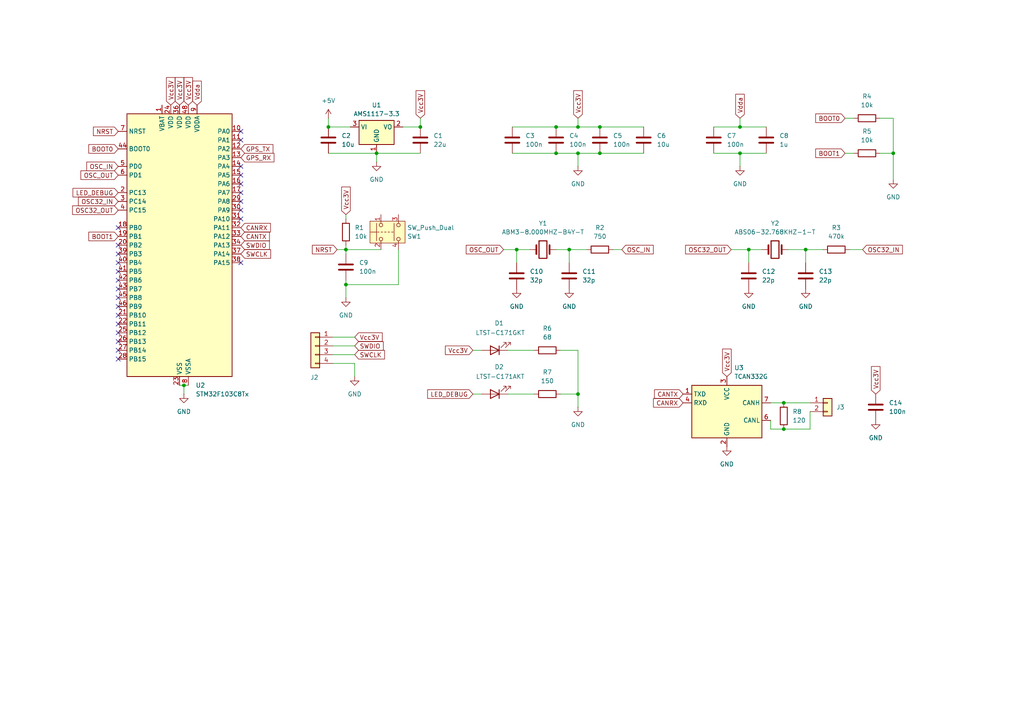
<source format=kicad_sch>
(kicad_sch
	(version 20250114)
	(generator "eeschema")
	(generator_version "9.0")
	(uuid "03d66fae-209e-43a8-9375-abc7de3e4cab")
	(paper "A4")
	(lib_symbols
		(symbol "Connector_Generic:Conn_01x02"
			(pin_names
				(offset 1.016)
				(hide yes)
			)
			(exclude_from_sim no)
			(in_bom yes)
			(on_board yes)
			(property "Reference" "J"
				(at 0 2.54 0)
				(effects
					(font
						(size 1.27 1.27)
					)
				)
			)
			(property "Value" "Conn_01x02"
				(at 0 -5.08 0)
				(effects
					(font
						(size 1.27 1.27)
					)
				)
			)
			(property "Footprint" ""
				(at 0 0 0)
				(effects
					(font
						(size 1.27 1.27)
					)
					(hide yes)
				)
			)
			(property "Datasheet" "~"
				(at 0 0 0)
				(effects
					(font
						(size 1.27 1.27)
					)
					(hide yes)
				)
			)
			(property "Description" "Generic connector, single row, 01x02, script generated (kicad-library-utils/schlib/autogen/connector/)"
				(at 0 0 0)
				(effects
					(font
						(size 1.27 1.27)
					)
					(hide yes)
				)
			)
			(property "ki_keywords" "connector"
				(at 0 0 0)
				(effects
					(font
						(size 1.27 1.27)
					)
					(hide yes)
				)
			)
			(property "ki_fp_filters" "Connector*:*_1x??_*"
				(at 0 0 0)
				(effects
					(font
						(size 1.27 1.27)
					)
					(hide yes)
				)
			)
			(symbol "Conn_01x02_1_1"
				(rectangle
					(start -1.27 1.27)
					(end 1.27 -3.81)
					(stroke
						(width 0.254)
						(type default)
					)
					(fill
						(type background)
					)
				)
				(rectangle
					(start -1.27 0.127)
					(end 0 -0.127)
					(stroke
						(width 0.1524)
						(type default)
					)
					(fill
						(type none)
					)
				)
				(rectangle
					(start -1.27 -2.413)
					(end 0 -2.667)
					(stroke
						(width 0.1524)
						(type default)
					)
					(fill
						(type none)
					)
				)
				(pin passive line
					(at -5.08 0 0)
					(length 3.81)
					(name "Pin_1"
						(effects
							(font
								(size 1.27 1.27)
							)
						)
					)
					(number "1"
						(effects
							(font
								(size 1.27 1.27)
							)
						)
					)
				)
				(pin passive line
					(at -5.08 -2.54 0)
					(length 3.81)
					(name "Pin_2"
						(effects
							(font
								(size 1.27 1.27)
							)
						)
					)
					(number "2"
						(effects
							(font
								(size 1.27 1.27)
							)
						)
					)
				)
			)
			(embedded_fonts no)
		)
		(symbol "Connector_Generic:Conn_01x04"
			(pin_names
				(offset 1.016)
				(hide yes)
			)
			(exclude_from_sim no)
			(in_bom yes)
			(on_board yes)
			(property "Reference" "J"
				(at 0 5.08 0)
				(effects
					(font
						(size 1.27 1.27)
					)
				)
			)
			(property "Value" "Conn_01x04"
				(at 0 -7.62 0)
				(effects
					(font
						(size 1.27 1.27)
					)
				)
			)
			(property "Footprint" ""
				(at 0 0 0)
				(effects
					(font
						(size 1.27 1.27)
					)
					(hide yes)
				)
			)
			(property "Datasheet" "~"
				(at 0 0 0)
				(effects
					(font
						(size 1.27 1.27)
					)
					(hide yes)
				)
			)
			(property "Description" "Generic connector, single row, 01x04, script generated (kicad-library-utils/schlib/autogen/connector/)"
				(at 0 0 0)
				(effects
					(font
						(size 1.27 1.27)
					)
					(hide yes)
				)
			)
			(property "ki_keywords" "connector"
				(at 0 0 0)
				(effects
					(font
						(size 1.27 1.27)
					)
					(hide yes)
				)
			)
			(property "ki_fp_filters" "Connector*:*_1x??_*"
				(at 0 0 0)
				(effects
					(font
						(size 1.27 1.27)
					)
					(hide yes)
				)
			)
			(symbol "Conn_01x04_1_1"
				(rectangle
					(start -1.27 3.81)
					(end 1.27 -6.35)
					(stroke
						(width 0.254)
						(type default)
					)
					(fill
						(type background)
					)
				)
				(rectangle
					(start -1.27 2.667)
					(end 0 2.413)
					(stroke
						(width 0.1524)
						(type default)
					)
					(fill
						(type none)
					)
				)
				(rectangle
					(start -1.27 0.127)
					(end 0 -0.127)
					(stroke
						(width 0.1524)
						(type default)
					)
					(fill
						(type none)
					)
				)
				(rectangle
					(start -1.27 -2.413)
					(end 0 -2.667)
					(stroke
						(width 0.1524)
						(type default)
					)
					(fill
						(type none)
					)
				)
				(rectangle
					(start -1.27 -4.953)
					(end 0 -5.207)
					(stroke
						(width 0.1524)
						(type default)
					)
					(fill
						(type none)
					)
				)
				(pin passive line
					(at -5.08 2.54 0)
					(length 3.81)
					(name "Pin_1"
						(effects
							(font
								(size 1.27 1.27)
							)
						)
					)
					(number "1"
						(effects
							(font
								(size 1.27 1.27)
							)
						)
					)
				)
				(pin passive line
					(at -5.08 0 0)
					(length 3.81)
					(name "Pin_2"
						(effects
							(font
								(size 1.27 1.27)
							)
						)
					)
					(number "2"
						(effects
							(font
								(size 1.27 1.27)
							)
						)
					)
				)
				(pin passive line
					(at -5.08 -2.54 0)
					(length 3.81)
					(name "Pin_3"
						(effects
							(font
								(size 1.27 1.27)
							)
						)
					)
					(number "3"
						(effects
							(font
								(size 1.27 1.27)
							)
						)
					)
				)
				(pin passive line
					(at -5.08 -5.08 0)
					(length 3.81)
					(name "Pin_4"
						(effects
							(font
								(size 1.27 1.27)
							)
						)
					)
					(number "4"
						(effects
							(font
								(size 1.27 1.27)
							)
						)
					)
				)
			)
			(embedded_fonts no)
		)
		(symbol "Device:C"
			(pin_numbers
				(hide yes)
			)
			(pin_names
				(offset 0.254)
			)
			(exclude_from_sim no)
			(in_bom yes)
			(on_board yes)
			(property "Reference" "C"
				(at 0.635 2.54 0)
				(effects
					(font
						(size 1.27 1.27)
					)
					(justify left)
				)
			)
			(property "Value" "C"
				(at 0.635 -2.54 0)
				(effects
					(font
						(size 1.27 1.27)
					)
					(justify left)
				)
			)
			(property "Footprint" ""
				(at 0.9652 -3.81 0)
				(effects
					(font
						(size 1.27 1.27)
					)
					(hide yes)
				)
			)
			(property "Datasheet" "~"
				(at 0 0 0)
				(effects
					(font
						(size 1.27 1.27)
					)
					(hide yes)
				)
			)
			(property "Description" "Unpolarized capacitor"
				(at 0 0 0)
				(effects
					(font
						(size 1.27 1.27)
					)
					(hide yes)
				)
			)
			(property "ki_keywords" "cap capacitor"
				(at 0 0 0)
				(effects
					(font
						(size 1.27 1.27)
					)
					(hide yes)
				)
			)
			(property "ki_fp_filters" "C_*"
				(at 0 0 0)
				(effects
					(font
						(size 1.27 1.27)
					)
					(hide yes)
				)
			)
			(symbol "C_0_1"
				(polyline
					(pts
						(xy -2.032 0.762) (xy 2.032 0.762)
					)
					(stroke
						(width 0.508)
						(type default)
					)
					(fill
						(type none)
					)
				)
				(polyline
					(pts
						(xy -2.032 -0.762) (xy 2.032 -0.762)
					)
					(stroke
						(width 0.508)
						(type default)
					)
					(fill
						(type none)
					)
				)
			)
			(symbol "C_1_1"
				(pin passive line
					(at 0 3.81 270)
					(length 2.794)
					(name "~"
						(effects
							(font
								(size 1.27 1.27)
							)
						)
					)
					(number "1"
						(effects
							(font
								(size 1.27 1.27)
							)
						)
					)
				)
				(pin passive line
					(at 0 -3.81 90)
					(length 2.794)
					(name "~"
						(effects
							(font
								(size 1.27 1.27)
							)
						)
					)
					(number "2"
						(effects
							(font
								(size 1.27 1.27)
							)
						)
					)
				)
			)
			(embedded_fonts no)
		)
		(symbol "Device:Crystal"
			(pin_numbers
				(hide yes)
			)
			(pin_names
				(offset 1.016)
				(hide yes)
			)
			(exclude_from_sim no)
			(in_bom yes)
			(on_board yes)
			(property "Reference" "Y"
				(at 0 3.81 0)
				(effects
					(font
						(size 1.27 1.27)
					)
				)
			)
			(property "Value" "Crystal"
				(at 0 -3.81 0)
				(effects
					(font
						(size 1.27 1.27)
					)
				)
			)
			(property "Footprint" ""
				(at 0 0 0)
				(effects
					(font
						(size 1.27 1.27)
					)
					(hide yes)
				)
			)
			(property "Datasheet" "~"
				(at 0 0 0)
				(effects
					(font
						(size 1.27 1.27)
					)
					(hide yes)
				)
			)
			(property "Description" "Two pin crystal"
				(at 0 0 0)
				(effects
					(font
						(size 1.27 1.27)
					)
					(hide yes)
				)
			)
			(property "ki_keywords" "quartz ceramic resonator oscillator"
				(at 0 0 0)
				(effects
					(font
						(size 1.27 1.27)
					)
					(hide yes)
				)
			)
			(property "ki_fp_filters" "Crystal*"
				(at 0 0 0)
				(effects
					(font
						(size 1.27 1.27)
					)
					(hide yes)
				)
			)
			(symbol "Crystal_0_1"
				(polyline
					(pts
						(xy -2.54 0) (xy -1.905 0)
					)
					(stroke
						(width 0)
						(type default)
					)
					(fill
						(type none)
					)
				)
				(polyline
					(pts
						(xy -1.905 -1.27) (xy -1.905 1.27)
					)
					(stroke
						(width 0.508)
						(type default)
					)
					(fill
						(type none)
					)
				)
				(rectangle
					(start -1.143 2.54)
					(end 1.143 -2.54)
					(stroke
						(width 0.3048)
						(type default)
					)
					(fill
						(type none)
					)
				)
				(polyline
					(pts
						(xy 1.905 -1.27) (xy 1.905 1.27)
					)
					(stroke
						(width 0.508)
						(type default)
					)
					(fill
						(type none)
					)
				)
				(polyline
					(pts
						(xy 2.54 0) (xy 1.905 0)
					)
					(stroke
						(width 0)
						(type default)
					)
					(fill
						(type none)
					)
				)
			)
			(symbol "Crystal_1_1"
				(pin passive line
					(at -3.81 0 0)
					(length 1.27)
					(name "1"
						(effects
							(font
								(size 1.27 1.27)
							)
						)
					)
					(number "1"
						(effects
							(font
								(size 1.27 1.27)
							)
						)
					)
				)
				(pin passive line
					(at 3.81 0 180)
					(length 1.27)
					(name "2"
						(effects
							(font
								(size 1.27 1.27)
							)
						)
					)
					(number "2"
						(effects
							(font
								(size 1.27 1.27)
							)
						)
					)
				)
			)
			(embedded_fonts no)
		)
		(symbol "Device:LED"
			(pin_numbers
				(hide yes)
			)
			(pin_names
				(offset 1.016)
				(hide yes)
			)
			(exclude_from_sim no)
			(in_bom yes)
			(on_board yes)
			(property "Reference" "D"
				(at 0 2.54 0)
				(effects
					(font
						(size 1.27 1.27)
					)
				)
			)
			(property "Value" "LED"
				(at 0 -2.54 0)
				(effects
					(font
						(size 1.27 1.27)
					)
				)
			)
			(property "Footprint" ""
				(at 0 0 0)
				(effects
					(font
						(size 1.27 1.27)
					)
					(hide yes)
				)
			)
			(property "Datasheet" "~"
				(at 0 0 0)
				(effects
					(font
						(size 1.27 1.27)
					)
					(hide yes)
				)
			)
			(property "Description" "Light emitting diode"
				(at 0 0 0)
				(effects
					(font
						(size 1.27 1.27)
					)
					(hide yes)
				)
			)
			(property "Sim.Pins" "1=K 2=A"
				(at 0 0 0)
				(effects
					(font
						(size 1.27 1.27)
					)
					(hide yes)
				)
			)
			(property "ki_keywords" "LED diode"
				(at 0 0 0)
				(effects
					(font
						(size 1.27 1.27)
					)
					(hide yes)
				)
			)
			(property "ki_fp_filters" "LED* LED_SMD:* LED_THT:*"
				(at 0 0 0)
				(effects
					(font
						(size 1.27 1.27)
					)
					(hide yes)
				)
			)
			(symbol "LED_0_1"
				(polyline
					(pts
						(xy -3.048 -0.762) (xy -4.572 -2.286) (xy -3.81 -2.286) (xy -4.572 -2.286) (xy -4.572 -1.524)
					)
					(stroke
						(width 0)
						(type default)
					)
					(fill
						(type none)
					)
				)
				(polyline
					(pts
						(xy -1.778 -0.762) (xy -3.302 -2.286) (xy -2.54 -2.286) (xy -3.302 -2.286) (xy -3.302 -1.524)
					)
					(stroke
						(width 0)
						(type default)
					)
					(fill
						(type none)
					)
				)
				(polyline
					(pts
						(xy -1.27 0) (xy 1.27 0)
					)
					(stroke
						(width 0)
						(type default)
					)
					(fill
						(type none)
					)
				)
				(polyline
					(pts
						(xy -1.27 -1.27) (xy -1.27 1.27)
					)
					(stroke
						(width 0.254)
						(type default)
					)
					(fill
						(type none)
					)
				)
				(polyline
					(pts
						(xy 1.27 -1.27) (xy 1.27 1.27) (xy -1.27 0) (xy 1.27 -1.27)
					)
					(stroke
						(width 0.254)
						(type default)
					)
					(fill
						(type none)
					)
				)
			)
			(symbol "LED_1_1"
				(pin passive line
					(at -3.81 0 0)
					(length 2.54)
					(name "K"
						(effects
							(font
								(size 1.27 1.27)
							)
						)
					)
					(number "1"
						(effects
							(font
								(size 1.27 1.27)
							)
						)
					)
				)
				(pin passive line
					(at 3.81 0 180)
					(length 2.54)
					(name "A"
						(effects
							(font
								(size 1.27 1.27)
							)
						)
					)
					(number "2"
						(effects
							(font
								(size 1.27 1.27)
							)
						)
					)
				)
			)
			(embedded_fonts no)
		)
		(symbol "Device:R"
			(pin_numbers
				(hide yes)
			)
			(pin_names
				(offset 0)
			)
			(exclude_from_sim no)
			(in_bom yes)
			(on_board yes)
			(property "Reference" "R"
				(at 2.032 0 90)
				(effects
					(font
						(size 1.27 1.27)
					)
				)
			)
			(property "Value" "R"
				(at 0 0 90)
				(effects
					(font
						(size 1.27 1.27)
					)
				)
			)
			(property "Footprint" ""
				(at -1.778 0 90)
				(effects
					(font
						(size 1.27 1.27)
					)
					(hide yes)
				)
			)
			(property "Datasheet" "~"
				(at 0 0 0)
				(effects
					(font
						(size 1.27 1.27)
					)
					(hide yes)
				)
			)
			(property "Description" "Resistor"
				(at 0 0 0)
				(effects
					(font
						(size 1.27 1.27)
					)
					(hide yes)
				)
			)
			(property "ki_keywords" "R res resistor"
				(at 0 0 0)
				(effects
					(font
						(size 1.27 1.27)
					)
					(hide yes)
				)
			)
			(property "ki_fp_filters" "R_*"
				(at 0 0 0)
				(effects
					(font
						(size 1.27 1.27)
					)
					(hide yes)
				)
			)
			(symbol "R_0_1"
				(rectangle
					(start -1.016 -2.54)
					(end 1.016 2.54)
					(stroke
						(width 0.254)
						(type default)
					)
					(fill
						(type none)
					)
				)
			)
			(symbol "R_1_1"
				(pin passive line
					(at 0 3.81 270)
					(length 1.27)
					(name "~"
						(effects
							(font
								(size 1.27 1.27)
							)
						)
					)
					(number "1"
						(effects
							(font
								(size 1.27 1.27)
							)
						)
					)
				)
				(pin passive line
					(at 0 -3.81 90)
					(length 1.27)
					(name "~"
						(effects
							(font
								(size 1.27 1.27)
							)
						)
					)
					(number "2"
						(effects
							(font
								(size 1.27 1.27)
							)
						)
					)
				)
			)
			(embedded_fonts no)
		)
		(symbol "Interface_CAN_LIN:TCAN332G"
			(exclude_from_sim no)
			(in_bom yes)
			(on_board yes)
			(property "Reference" "U"
				(at -10.16 8.89 0)
				(effects
					(font
						(size 1.27 1.27)
					)
					(justify left)
				)
			)
			(property "Value" "TCAN332G"
				(at 2.54 8.89 0)
				(effects
					(font
						(size 1.27 1.27)
					)
					(justify left)
				)
			)
			(property "Footprint" ""
				(at 0 -12.7 0)
				(effects
					(font
						(size 1.27 1.27)
						(italic yes)
					)
					(hide yes)
				)
			)
			(property "Datasheet" "http://www.ti.com/lit/ds/symlink/tcan337.pdf"
				(at 0 0 0)
				(effects
					(font
						(size 1.27 1.27)
					)
					(hide yes)
				)
			)
			(property "Description" "High-Speed CAN Transceiver with CAN FD, 5Mbps, 3.3V supply, SOT-23-8/SOIC-8"
				(at 0 0 0)
				(effects
					(font
						(size 1.27 1.27)
					)
					(hide yes)
				)
			)
			(property "ki_keywords" "High-Speed CAN Transceiver"
				(at 0 0 0)
				(effects
					(font
						(size 1.27 1.27)
					)
					(hide yes)
				)
			)
			(property "ki_fp_filters" "*TSOT?23* *SOIC*3.9x4.9mm*P1.27mm*"
				(at 0 0 0)
				(effects
					(font
						(size 1.27 1.27)
					)
					(hide yes)
				)
			)
			(symbol "TCAN332G_0_1"
				(rectangle
					(start -10.16 7.62)
					(end 10.16 -7.62)
					(stroke
						(width 0.254)
						(type default)
					)
					(fill
						(type background)
					)
				)
			)
			(symbol "TCAN332G_1_1"
				(pin input line
					(at -12.7 5.08 0)
					(length 2.54)
					(name "TXD"
						(effects
							(font
								(size 1.27 1.27)
							)
						)
					)
					(number "1"
						(effects
							(font
								(size 1.27 1.27)
							)
						)
					)
				)
				(pin tri_state line
					(at -12.7 2.54 0)
					(length 2.54)
					(name "RXD"
						(effects
							(font
								(size 1.27 1.27)
							)
						)
					)
					(number "4"
						(effects
							(font
								(size 1.27 1.27)
							)
						)
					)
				)
				(pin no_connect line
					(at -10.16 -2.54 0)
					(length 2.54)
					(hide yes)
					(name "NC"
						(effects
							(font
								(size 1.27 1.27)
							)
						)
					)
					(number "5"
						(effects
							(font
								(size 1.27 1.27)
							)
						)
					)
				)
				(pin no_connect line
					(at -10.16 -5.08 0)
					(length 2.54)
					(hide yes)
					(name "NC"
						(effects
							(font
								(size 1.27 1.27)
							)
						)
					)
					(number "8"
						(effects
							(font
								(size 1.27 1.27)
							)
						)
					)
				)
				(pin power_in line
					(at 0 10.16 270)
					(length 2.54)
					(name "VCC"
						(effects
							(font
								(size 1.27 1.27)
							)
						)
					)
					(number "3"
						(effects
							(font
								(size 1.27 1.27)
							)
						)
					)
				)
				(pin power_in line
					(at 0 -10.16 90)
					(length 2.54)
					(name "GND"
						(effects
							(font
								(size 1.27 1.27)
							)
						)
					)
					(number "2"
						(effects
							(font
								(size 1.27 1.27)
							)
						)
					)
				)
				(pin bidirectional line
					(at 12.7 2.54 180)
					(length 2.54)
					(name "CANH"
						(effects
							(font
								(size 1.27 1.27)
							)
						)
					)
					(number "7"
						(effects
							(font
								(size 1.27 1.27)
							)
						)
					)
				)
				(pin bidirectional line
					(at 12.7 -2.54 180)
					(length 2.54)
					(name "CANL"
						(effects
							(font
								(size 1.27 1.27)
							)
						)
					)
					(number "6"
						(effects
							(font
								(size 1.27 1.27)
							)
						)
					)
				)
			)
			(embedded_fonts no)
		)
		(symbol "MCU_ST_STM32F1:STM32F103C8Tx"
			(exclude_from_sim no)
			(in_bom yes)
			(on_board yes)
			(property "Reference" "U"
				(at -15.24 39.37 0)
				(effects
					(font
						(size 1.27 1.27)
					)
					(justify left)
				)
			)
			(property "Value" "STM32F103C8Tx"
				(at 7.62 39.37 0)
				(effects
					(font
						(size 1.27 1.27)
					)
					(justify left)
				)
			)
			(property "Footprint" "Package_QFP:LQFP-48_7x7mm_P0.5mm"
				(at -15.24 -38.1 0)
				(effects
					(font
						(size 1.27 1.27)
					)
					(justify right)
					(hide yes)
				)
			)
			(property "Datasheet" "https://www.st.com/resource/en/datasheet/stm32f103c8.pdf"
				(at 0 0 0)
				(effects
					(font
						(size 1.27 1.27)
					)
					(hide yes)
				)
			)
			(property "Description" "STMicroelectronics Arm Cortex-M3 MCU, 64KB flash, 20KB RAM, 72 MHz, 2.0-3.6V, 37 GPIO, LQFP48"
				(at 0 0 0)
				(effects
					(font
						(size 1.27 1.27)
					)
					(hide yes)
				)
			)
			(property "ki_keywords" "Arm Cortex-M3 STM32F1 STM32F103"
				(at 0 0 0)
				(effects
					(font
						(size 1.27 1.27)
					)
					(hide yes)
				)
			)
			(property "ki_fp_filters" "LQFP*7x7mm*P0.5mm*"
				(at 0 0 0)
				(effects
					(font
						(size 1.27 1.27)
					)
					(hide yes)
				)
			)
			(symbol "STM32F103C8Tx_0_1"
				(rectangle
					(start -15.24 -38.1)
					(end 15.24 38.1)
					(stroke
						(width 0.254)
						(type default)
					)
					(fill
						(type background)
					)
				)
			)
			(symbol "STM32F103C8Tx_1_1"
				(pin input line
					(at -17.78 33.02 0)
					(length 2.54)
					(name "NRST"
						(effects
							(font
								(size 1.27 1.27)
							)
						)
					)
					(number "7"
						(effects
							(font
								(size 1.27 1.27)
							)
						)
					)
				)
				(pin input line
					(at -17.78 27.94 0)
					(length 2.54)
					(name "BOOT0"
						(effects
							(font
								(size 1.27 1.27)
							)
						)
					)
					(number "44"
						(effects
							(font
								(size 1.27 1.27)
							)
						)
					)
				)
				(pin bidirectional line
					(at -17.78 22.86 0)
					(length 2.54)
					(name "PD0"
						(effects
							(font
								(size 1.27 1.27)
							)
						)
					)
					(number "5"
						(effects
							(font
								(size 1.27 1.27)
							)
						)
					)
					(alternate "RCC_OSC_IN" bidirectional line)
				)
				(pin bidirectional line
					(at -17.78 20.32 0)
					(length 2.54)
					(name "PD1"
						(effects
							(font
								(size 1.27 1.27)
							)
						)
					)
					(number "6"
						(effects
							(font
								(size 1.27 1.27)
							)
						)
					)
					(alternate "RCC_OSC_OUT" bidirectional line)
				)
				(pin bidirectional line
					(at -17.78 15.24 0)
					(length 2.54)
					(name "PC13"
						(effects
							(font
								(size 1.27 1.27)
							)
						)
					)
					(number "2"
						(effects
							(font
								(size 1.27 1.27)
							)
						)
					)
					(alternate "RTC_OUT" bidirectional line)
					(alternate "RTC_TAMPER" bidirectional line)
				)
				(pin bidirectional line
					(at -17.78 12.7 0)
					(length 2.54)
					(name "PC14"
						(effects
							(font
								(size 1.27 1.27)
							)
						)
					)
					(number "3"
						(effects
							(font
								(size 1.27 1.27)
							)
						)
					)
					(alternate "RCC_OSC32_IN" bidirectional line)
				)
				(pin bidirectional line
					(at -17.78 10.16 0)
					(length 2.54)
					(name "PC15"
						(effects
							(font
								(size 1.27 1.27)
							)
						)
					)
					(number "4"
						(effects
							(font
								(size 1.27 1.27)
							)
						)
					)
					(alternate "ADC1_EXTI15" bidirectional line)
					(alternate "ADC2_EXTI15" bidirectional line)
					(alternate "RCC_OSC32_OUT" bidirectional line)
				)
				(pin bidirectional line
					(at -17.78 5.08 0)
					(length 2.54)
					(name "PB0"
						(effects
							(font
								(size 1.27 1.27)
							)
						)
					)
					(number "18"
						(effects
							(font
								(size 1.27 1.27)
							)
						)
					)
					(alternate "ADC1_IN8" bidirectional line)
					(alternate "ADC2_IN8" bidirectional line)
					(alternate "TIM1_CH2N" bidirectional line)
					(alternate "TIM3_CH3" bidirectional line)
				)
				(pin bidirectional line
					(at -17.78 2.54 0)
					(length 2.54)
					(name "PB1"
						(effects
							(font
								(size 1.27 1.27)
							)
						)
					)
					(number "19"
						(effects
							(font
								(size 1.27 1.27)
							)
						)
					)
					(alternate "ADC1_IN9" bidirectional line)
					(alternate "ADC2_IN9" bidirectional line)
					(alternate "TIM1_CH3N" bidirectional line)
					(alternate "TIM3_CH4" bidirectional line)
				)
				(pin bidirectional line
					(at -17.78 0 0)
					(length 2.54)
					(name "PB2"
						(effects
							(font
								(size 1.27 1.27)
							)
						)
					)
					(number "20"
						(effects
							(font
								(size 1.27 1.27)
							)
						)
					)
				)
				(pin bidirectional line
					(at -17.78 -2.54 0)
					(length 2.54)
					(name "PB3"
						(effects
							(font
								(size 1.27 1.27)
							)
						)
					)
					(number "39"
						(effects
							(font
								(size 1.27 1.27)
							)
						)
					)
					(alternate "SPI1_SCK" bidirectional line)
					(alternate "SYS_JTDO-TRACESWO" bidirectional line)
					(alternate "TIM2_CH2" bidirectional line)
				)
				(pin bidirectional line
					(at -17.78 -5.08 0)
					(length 2.54)
					(name "PB4"
						(effects
							(font
								(size 1.27 1.27)
							)
						)
					)
					(number "40"
						(effects
							(font
								(size 1.27 1.27)
							)
						)
					)
					(alternate "SPI1_MISO" bidirectional line)
					(alternate "SYS_NJTRST" bidirectional line)
					(alternate "TIM3_CH1" bidirectional line)
				)
				(pin bidirectional line
					(at -17.78 -7.62 0)
					(length 2.54)
					(name "PB5"
						(effects
							(font
								(size 1.27 1.27)
							)
						)
					)
					(number "41"
						(effects
							(font
								(size 1.27 1.27)
							)
						)
					)
					(alternate "I2C1_SMBA" bidirectional line)
					(alternate "SPI1_MOSI" bidirectional line)
					(alternate "TIM3_CH2" bidirectional line)
				)
				(pin bidirectional line
					(at -17.78 -10.16 0)
					(length 2.54)
					(name "PB6"
						(effects
							(font
								(size 1.27 1.27)
							)
						)
					)
					(number "42"
						(effects
							(font
								(size 1.27 1.27)
							)
						)
					)
					(alternate "I2C1_SCL" bidirectional line)
					(alternate "TIM4_CH1" bidirectional line)
					(alternate "USART1_TX" bidirectional line)
				)
				(pin bidirectional line
					(at -17.78 -12.7 0)
					(length 2.54)
					(name "PB7"
						(effects
							(font
								(size 1.27 1.27)
							)
						)
					)
					(number "43"
						(effects
							(font
								(size 1.27 1.27)
							)
						)
					)
					(alternate "I2C1_SDA" bidirectional line)
					(alternate "TIM4_CH2" bidirectional line)
					(alternate "USART1_RX" bidirectional line)
				)
				(pin bidirectional line
					(at -17.78 -15.24 0)
					(length 2.54)
					(name "PB8"
						(effects
							(font
								(size 1.27 1.27)
							)
						)
					)
					(number "45"
						(effects
							(font
								(size 1.27 1.27)
							)
						)
					)
					(alternate "CAN_RX" bidirectional line)
					(alternate "I2C1_SCL" bidirectional line)
					(alternate "TIM4_CH3" bidirectional line)
				)
				(pin bidirectional line
					(at -17.78 -17.78 0)
					(length 2.54)
					(name "PB9"
						(effects
							(font
								(size 1.27 1.27)
							)
						)
					)
					(number "46"
						(effects
							(font
								(size 1.27 1.27)
							)
						)
					)
					(alternate "CAN_TX" bidirectional line)
					(alternate "I2C1_SDA" bidirectional line)
					(alternate "TIM4_CH4" bidirectional line)
				)
				(pin bidirectional line
					(at -17.78 -20.32 0)
					(length 2.54)
					(name "PB10"
						(effects
							(font
								(size 1.27 1.27)
							)
						)
					)
					(number "21"
						(effects
							(font
								(size 1.27 1.27)
							)
						)
					)
					(alternate "I2C2_SCL" bidirectional line)
					(alternate "TIM2_CH3" bidirectional line)
					(alternate "USART3_TX" bidirectional line)
				)
				(pin bidirectional line
					(at -17.78 -22.86 0)
					(length 2.54)
					(name "PB11"
						(effects
							(font
								(size 1.27 1.27)
							)
						)
					)
					(number "22"
						(effects
							(font
								(size 1.27 1.27)
							)
						)
					)
					(alternate "ADC1_EXTI11" bidirectional line)
					(alternate "ADC2_EXTI11" bidirectional line)
					(alternate "I2C2_SDA" bidirectional line)
					(alternate "TIM2_CH4" bidirectional line)
					(alternate "USART3_RX" bidirectional line)
				)
				(pin bidirectional line
					(at -17.78 -25.4 0)
					(length 2.54)
					(name "PB12"
						(effects
							(font
								(size 1.27 1.27)
							)
						)
					)
					(number "25"
						(effects
							(font
								(size 1.27 1.27)
							)
						)
					)
					(alternate "I2C2_SMBA" bidirectional line)
					(alternate "SPI2_NSS" bidirectional line)
					(alternate "TIM1_BKIN" bidirectional line)
					(alternate "USART3_CK" bidirectional line)
				)
				(pin bidirectional line
					(at -17.78 -27.94 0)
					(length 2.54)
					(name "PB13"
						(effects
							(font
								(size 1.27 1.27)
							)
						)
					)
					(number "26"
						(effects
							(font
								(size 1.27 1.27)
							)
						)
					)
					(alternate "SPI2_SCK" bidirectional line)
					(alternate "TIM1_CH1N" bidirectional line)
					(alternate "USART3_CTS" bidirectional line)
				)
				(pin bidirectional line
					(at -17.78 -30.48 0)
					(length 2.54)
					(name "PB14"
						(effects
							(font
								(size 1.27 1.27)
							)
						)
					)
					(number "27"
						(effects
							(font
								(size 1.27 1.27)
							)
						)
					)
					(alternate "SPI2_MISO" bidirectional line)
					(alternate "TIM1_CH2N" bidirectional line)
					(alternate "USART3_RTS" bidirectional line)
				)
				(pin bidirectional line
					(at -17.78 -33.02 0)
					(length 2.54)
					(name "PB15"
						(effects
							(font
								(size 1.27 1.27)
							)
						)
					)
					(number "28"
						(effects
							(font
								(size 1.27 1.27)
							)
						)
					)
					(alternate "ADC1_EXTI15" bidirectional line)
					(alternate "ADC2_EXTI15" bidirectional line)
					(alternate "SPI2_MOSI" bidirectional line)
					(alternate "TIM1_CH3N" bidirectional line)
				)
				(pin power_in line
					(at -5.08 40.64 270)
					(length 2.54)
					(name "VBAT"
						(effects
							(font
								(size 1.27 1.27)
							)
						)
					)
					(number "1"
						(effects
							(font
								(size 1.27 1.27)
							)
						)
					)
				)
				(pin power_in line
					(at -2.54 40.64 270)
					(length 2.54)
					(name "VDD"
						(effects
							(font
								(size 1.27 1.27)
							)
						)
					)
					(number "24"
						(effects
							(font
								(size 1.27 1.27)
							)
						)
					)
				)
				(pin power_in line
					(at 0 40.64 270)
					(length 2.54)
					(name "VDD"
						(effects
							(font
								(size 1.27 1.27)
							)
						)
					)
					(number "36"
						(effects
							(font
								(size 1.27 1.27)
							)
						)
					)
				)
				(pin power_in line
					(at 0 -40.64 90)
					(length 2.54)
					(name "VSS"
						(effects
							(font
								(size 1.27 1.27)
							)
						)
					)
					(number "23"
						(effects
							(font
								(size 1.27 1.27)
							)
						)
					)
				)
				(pin passive line
					(at 0 -40.64 90)
					(length 2.54)
					(hide yes)
					(name "VSS"
						(effects
							(font
								(size 1.27 1.27)
							)
						)
					)
					(number "35"
						(effects
							(font
								(size 1.27 1.27)
							)
						)
					)
				)
				(pin passive line
					(at 0 -40.64 90)
					(length 2.54)
					(hide yes)
					(name "VSS"
						(effects
							(font
								(size 1.27 1.27)
							)
						)
					)
					(number "47"
						(effects
							(font
								(size 1.27 1.27)
							)
						)
					)
				)
				(pin power_in line
					(at 2.54 40.64 270)
					(length 2.54)
					(name "VDD"
						(effects
							(font
								(size 1.27 1.27)
							)
						)
					)
					(number "48"
						(effects
							(font
								(size 1.27 1.27)
							)
						)
					)
				)
				(pin power_in line
					(at 2.54 -40.64 90)
					(length 2.54)
					(name "VSSA"
						(effects
							(font
								(size 1.27 1.27)
							)
						)
					)
					(number "8"
						(effects
							(font
								(size 1.27 1.27)
							)
						)
					)
				)
				(pin power_in line
					(at 5.08 40.64 270)
					(length 2.54)
					(name "VDDA"
						(effects
							(font
								(size 1.27 1.27)
							)
						)
					)
					(number "9"
						(effects
							(font
								(size 1.27 1.27)
							)
						)
					)
				)
				(pin bidirectional line
					(at 17.78 33.02 180)
					(length 2.54)
					(name "PA0"
						(effects
							(font
								(size 1.27 1.27)
							)
						)
					)
					(number "10"
						(effects
							(font
								(size 1.27 1.27)
							)
						)
					)
					(alternate "ADC1_IN0" bidirectional line)
					(alternate "ADC2_IN0" bidirectional line)
					(alternate "SYS_WKUP" bidirectional line)
					(alternate "TIM2_CH1" bidirectional line)
					(alternate "TIM2_ETR" bidirectional line)
					(alternate "USART2_CTS" bidirectional line)
				)
				(pin bidirectional line
					(at 17.78 30.48 180)
					(length 2.54)
					(name "PA1"
						(effects
							(font
								(size 1.27 1.27)
							)
						)
					)
					(number "11"
						(effects
							(font
								(size 1.27 1.27)
							)
						)
					)
					(alternate "ADC1_IN1" bidirectional line)
					(alternate "ADC2_IN1" bidirectional line)
					(alternate "TIM2_CH2" bidirectional line)
					(alternate "USART2_RTS" bidirectional line)
				)
				(pin bidirectional line
					(at 17.78 27.94 180)
					(length 2.54)
					(name "PA2"
						(effects
							(font
								(size 1.27 1.27)
							)
						)
					)
					(number "12"
						(effects
							(font
								(size 1.27 1.27)
							)
						)
					)
					(alternate "ADC1_IN2" bidirectional line)
					(alternate "ADC2_IN2" bidirectional line)
					(alternate "TIM2_CH3" bidirectional line)
					(alternate "USART2_TX" bidirectional line)
				)
				(pin bidirectional line
					(at 17.78 25.4 180)
					(length 2.54)
					(name "PA3"
						(effects
							(font
								(size 1.27 1.27)
							)
						)
					)
					(number "13"
						(effects
							(font
								(size 1.27 1.27)
							)
						)
					)
					(alternate "ADC1_IN3" bidirectional line)
					(alternate "ADC2_IN3" bidirectional line)
					(alternate "TIM2_CH4" bidirectional line)
					(alternate "USART2_RX" bidirectional line)
				)
				(pin bidirectional line
					(at 17.78 22.86 180)
					(length 2.54)
					(name "PA4"
						(effects
							(font
								(size 1.27 1.27)
							)
						)
					)
					(number "14"
						(effects
							(font
								(size 1.27 1.27)
							)
						)
					)
					(alternate "ADC1_IN4" bidirectional line)
					(alternate "ADC2_IN4" bidirectional line)
					(alternate "SPI1_NSS" bidirectional line)
					(alternate "USART2_CK" bidirectional line)
				)
				(pin bidirectional line
					(at 17.78 20.32 180)
					(length 2.54)
					(name "PA5"
						(effects
							(font
								(size 1.27 1.27)
							)
						)
					)
					(number "15"
						(effects
							(font
								(size 1.27 1.27)
							)
						)
					)
					(alternate "ADC1_IN5" bidirectional line)
					(alternate "ADC2_IN5" bidirectional line)
					(alternate "SPI1_SCK" bidirectional line)
				)
				(pin bidirectional line
					(at 17.78 17.78 180)
					(length 2.54)
					(name "PA6"
						(effects
							(font
								(size 1.27 1.27)
							)
						)
					)
					(number "16"
						(effects
							(font
								(size 1.27 1.27)
							)
						)
					)
					(alternate "ADC1_IN6" bidirectional line)
					(alternate "ADC2_IN6" bidirectional line)
					(alternate "SPI1_MISO" bidirectional line)
					(alternate "TIM1_BKIN" bidirectional line)
					(alternate "TIM3_CH1" bidirectional line)
				)
				(pin bidirectional line
					(at 17.78 15.24 180)
					(length 2.54)
					(name "PA7"
						(effects
							(font
								(size 1.27 1.27)
							)
						)
					)
					(number "17"
						(effects
							(font
								(size 1.27 1.27)
							)
						)
					)
					(alternate "ADC1_IN7" bidirectional line)
					(alternate "ADC2_IN7" bidirectional line)
					(alternate "SPI1_MOSI" bidirectional line)
					(alternate "TIM1_CH1N" bidirectional line)
					(alternate "TIM3_CH2" bidirectional line)
				)
				(pin bidirectional line
					(at 17.78 12.7 180)
					(length 2.54)
					(name "PA8"
						(effects
							(font
								(size 1.27 1.27)
							)
						)
					)
					(number "29"
						(effects
							(font
								(size 1.27 1.27)
							)
						)
					)
					(alternate "RCC_MCO" bidirectional line)
					(alternate "TIM1_CH1" bidirectional line)
					(alternate "USART1_CK" bidirectional line)
				)
				(pin bidirectional line
					(at 17.78 10.16 180)
					(length 2.54)
					(name "PA9"
						(effects
							(font
								(size 1.27 1.27)
							)
						)
					)
					(number "30"
						(effects
							(font
								(size 1.27 1.27)
							)
						)
					)
					(alternate "TIM1_CH2" bidirectional line)
					(alternate "USART1_TX" bidirectional line)
				)
				(pin bidirectional line
					(at 17.78 7.62 180)
					(length 2.54)
					(name "PA10"
						(effects
							(font
								(size 1.27 1.27)
							)
						)
					)
					(number "31"
						(effects
							(font
								(size 1.27 1.27)
							)
						)
					)
					(alternate "TIM1_CH3" bidirectional line)
					(alternate "USART1_RX" bidirectional line)
				)
				(pin bidirectional line
					(at 17.78 5.08 180)
					(length 2.54)
					(name "PA11"
						(effects
							(font
								(size 1.27 1.27)
							)
						)
					)
					(number "32"
						(effects
							(font
								(size 1.27 1.27)
							)
						)
					)
					(alternate "ADC1_EXTI11" bidirectional line)
					(alternate "ADC2_EXTI11" bidirectional line)
					(alternate "CAN_RX" bidirectional line)
					(alternate "TIM1_CH4" bidirectional line)
					(alternate "USART1_CTS" bidirectional line)
					(alternate "USB_DM" bidirectional line)
				)
				(pin bidirectional line
					(at 17.78 2.54 180)
					(length 2.54)
					(name "PA12"
						(effects
							(font
								(size 1.27 1.27)
							)
						)
					)
					(number "33"
						(effects
							(font
								(size 1.27 1.27)
							)
						)
					)
					(alternate "CAN_TX" bidirectional line)
					(alternate "TIM1_ETR" bidirectional line)
					(alternate "USART1_RTS" bidirectional line)
					(alternate "USB_DP" bidirectional line)
				)
				(pin bidirectional line
					(at 17.78 0 180)
					(length 2.54)
					(name "PA13"
						(effects
							(font
								(size 1.27 1.27)
							)
						)
					)
					(number "34"
						(effects
							(font
								(size 1.27 1.27)
							)
						)
					)
					(alternate "SYS_JTMS-SWDIO" bidirectional line)
				)
				(pin bidirectional line
					(at 17.78 -2.54 180)
					(length 2.54)
					(name "PA14"
						(effects
							(font
								(size 1.27 1.27)
							)
						)
					)
					(number "37"
						(effects
							(font
								(size 1.27 1.27)
							)
						)
					)
					(alternate "SYS_JTCK-SWCLK" bidirectional line)
				)
				(pin bidirectional line
					(at 17.78 -5.08 180)
					(length 2.54)
					(name "PA15"
						(effects
							(font
								(size 1.27 1.27)
							)
						)
					)
					(number "38"
						(effects
							(font
								(size 1.27 1.27)
							)
						)
					)
					(alternate "ADC1_EXTI15" bidirectional line)
					(alternate "ADC2_EXTI15" bidirectional line)
					(alternate "SPI1_NSS" bidirectional line)
					(alternate "SYS_JTDI" bidirectional line)
					(alternate "TIM2_CH1" bidirectional line)
					(alternate "TIM2_ETR" bidirectional line)
				)
			)
			(embedded_fonts no)
		)
		(symbol "Regulator_Linear:AMS1117-3.3"
			(exclude_from_sim no)
			(in_bom yes)
			(on_board yes)
			(property "Reference" "U"
				(at -3.81 3.175 0)
				(effects
					(font
						(size 1.27 1.27)
					)
				)
			)
			(property "Value" "AMS1117-3.3"
				(at 0 3.175 0)
				(effects
					(font
						(size 1.27 1.27)
					)
					(justify left)
				)
			)
			(property "Footprint" "Package_TO_SOT_SMD:SOT-223-3_TabPin2"
				(at 0 5.08 0)
				(effects
					(font
						(size 1.27 1.27)
					)
					(hide yes)
				)
			)
			(property "Datasheet" "http://www.advanced-monolithic.com/pdf/ds1117.pdf"
				(at 2.54 -6.35 0)
				(effects
					(font
						(size 1.27 1.27)
					)
					(hide yes)
				)
			)
			(property "Description" "1A Low Dropout regulator, positive, 3.3V fixed output, SOT-223"
				(at 0 0 0)
				(effects
					(font
						(size 1.27 1.27)
					)
					(hide yes)
				)
			)
			(property "ki_keywords" "linear regulator ldo fixed positive"
				(at 0 0 0)
				(effects
					(font
						(size 1.27 1.27)
					)
					(hide yes)
				)
			)
			(property "ki_fp_filters" "SOT?223*TabPin2*"
				(at 0 0 0)
				(effects
					(font
						(size 1.27 1.27)
					)
					(hide yes)
				)
			)
			(symbol "AMS1117-3.3_0_1"
				(rectangle
					(start -5.08 -5.08)
					(end 5.08 1.905)
					(stroke
						(width 0.254)
						(type default)
					)
					(fill
						(type background)
					)
				)
			)
			(symbol "AMS1117-3.3_1_1"
				(pin power_in line
					(at -7.62 0 0)
					(length 2.54)
					(name "VI"
						(effects
							(font
								(size 1.27 1.27)
							)
						)
					)
					(number "3"
						(effects
							(font
								(size 1.27 1.27)
							)
						)
					)
				)
				(pin power_in line
					(at 0 -7.62 90)
					(length 2.54)
					(name "GND"
						(effects
							(font
								(size 1.27 1.27)
							)
						)
					)
					(number "1"
						(effects
							(font
								(size 1.27 1.27)
							)
						)
					)
				)
				(pin power_out line
					(at 7.62 0 180)
					(length 2.54)
					(name "VO"
						(effects
							(font
								(size 1.27 1.27)
							)
						)
					)
					(number "2"
						(effects
							(font
								(size 1.27 1.27)
							)
						)
					)
				)
			)
			(embedded_fonts no)
		)
		(symbol "Switch:SW_Push_Dual"
			(pin_names
				(offset 1.016)
				(hide yes)
			)
			(exclude_from_sim no)
			(in_bom yes)
			(on_board yes)
			(property "Reference" "SW"
				(at 0 7.62 0)
				(effects
					(font
						(size 1.27 1.27)
					)
				)
			)
			(property "Value" "SW_Push_Dual"
				(at 0 -6.35 0)
				(effects
					(font
						(size 1.27 1.27)
					)
				)
			)
			(property "Footprint" ""
				(at 0 7.62 0)
				(effects
					(font
						(size 1.27 1.27)
					)
					(hide yes)
				)
			)
			(property "Datasheet" "~"
				(at 0 0 0)
				(effects
					(font
						(size 1.27 1.27)
					)
					(hide yes)
				)
			)
			(property "Description" "Push button switch, generic, symbol, four pins"
				(at 0 0 0)
				(effects
					(font
						(size 1.27 1.27)
					)
					(hide yes)
				)
			)
			(property "ki_keywords" "switch normally-open pushbutton push-button"
				(at 0 0 0)
				(effects
					(font
						(size 1.27 1.27)
					)
					(hide yes)
				)
			)
			(symbol "SW_Push_Dual_0_1"
				(circle
					(center -2.032 2.54)
					(radius 0.508)
					(stroke
						(width 0)
						(type default)
					)
					(fill
						(type none)
					)
				)
				(circle
					(center -2.032 -2.54)
					(radius 0.508)
					(stroke
						(width 0)
						(type default)
					)
					(fill
						(type none)
					)
				)
				(polyline
					(pts
						(xy 0 3.81) (xy 0 5.588)
					)
					(stroke
						(width 0)
						(type default)
					)
					(fill
						(type none)
					)
				)
				(polyline
					(pts
						(xy 0 3.048) (xy 0 3.556)
					)
					(stroke
						(width 0)
						(type default)
					)
					(fill
						(type none)
					)
				)
				(polyline
					(pts
						(xy 0 2.032) (xy 0 2.54)
					)
					(stroke
						(width 0)
						(type default)
					)
					(fill
						(type none)
					)
				)
				(polyline
					(pts
						(xy 0 1.016) (xy 0 1.524)
					)
					(stroke
						(width 0)
						(type default)
					)
					(fill
						(type none)
					)
				)
				(polyline
					(pts
						(xy 0 0.508) (xy 0 0)
					)
					(stroke
						(width 0)
						(type default)
					)
					(fill
						(type none)
					)
				)
				(polyline
					(pts
						(xy 0 -0.508) (xy 0 -1.016)
					)
					(stroke
						(width 0)
						(type default)
					)
					(fill
						(type none)
					)
				)
				(circle
					(center 2.032 2.54)
					(radius 0.508)
					(stroke
						(width 0)
						(type default)
					)
					(fill
						(type none)
					)
				)
				(circle
					(center 2.032 -2.54)
					(radius 0.508)
					(stroke
						(width 0)
						(type default)
					)
					(fill
						(type none)
					)
				)
				(polyline
					(pts
						(xy 2.54 3.81) (xy -2.54 3.81)
					)
					(stroke
						(width 0)
						(type default)
					)
					(fill
						(type none)
					)
				)
				(polyline
					(pts
						(xy 2.54 -1.27) (xy -2.54 -1.27)
					)
					(stroke
						(width 0)
						(type default)
					)
					(fill
						(type none)
					)
				)
				(pin passive line
					(at -5.08 2.54 0)
					(length 2.54)
					(name "1"
						(effects
							(font
								(size 1.27 1.27)
							)
						)
					)
					(number "1"
						(effects
							(font
								(size 1.27 1.27)
							)
						)
					)
				)
				(pin passive line
					(at -5.08 -2.54 0)
					(length 2.54)
					(name "3"
						(effects
							(font
								(size 1.27 1.27)
							)
						)
					)
					(number "3"
						(effects
							(font
								(size 1.27 1.27)
							)
						)
					)
				)
				(pin passive line
					(at 5.08 2.54 180)
					(length 2.54)
					(name "2"
						(effects
							(font
								(size 1.27 1.27)
							)
						)
					)
					(number "2"
						(effects
							(font
								(size 1.27 1.27)
							)
						)
					)
				)
				(pin passive line
					(at 5.08 -2.54 180)
					(length 2.54)
					(name "4"
						(effects
							(font
								(size 1.27 1.27)
							)
						)
					)
					(number "4"
						(effects
							(font
								(size 1.27 1.27)
							)
						)
					)
				)
			)
			(symbol "SW_Push_Dual_1_1"
				(rectangle
					(start -3.175 5.715)
					(end 3.175 -4.445)
					(stroke
						(width 0)
						(type default)
					)
					(fill
						(type background)
					)
				)
			)
			(embedded_fonts no)
		)
		(symbol "power:+5V"
			(power)
			(pin_numbers
				(hide yes)
			)
			(pin_names
				(offset 0)
				(hide yes)
			)
			(exclude_from_sim no)
			(in_bom yes)
			(on_board yes)
			(property "Reference" "#PWR"
				(at 0 -3.81 0)
				(effects
					(font
						(size 1.27 1.27)
					)
					(hide yes)
				)
			)
			(property "Value" "+5V"
				(at 0 3.556 0)
				(effects
					(font
						(size 1.27 1.27)
					)
				)
			)
			(property "Footprint" ""
				(at 0 0 0)
				(effects
					(font
						(size 1.27 1.27)
					)
					(hide yes)
				)
			)
			(property "Datasheet" ""
				(at 0 0 0)
				(effects
					(font
						(size 1.27 1.27)
					)
					(hide yes)
				)
			)
			(property "Description" "Power symbol creates a global label with name \"+5V\""
				(at 0 0 0)
				(effects
					(font
						(size 1.27 1.27)
					)
					(hide yes)
				)
			)
			(property "ki_keywords" "global power"
				(at 0 0 0)
				(effects
					(font
						(size 1.27 1.27)
					)
					(hide yes)
				)
			)
			(symbol "+5V_0_1"
				(polyline
					(pts
						(xy -0.762 1.27) (xy 0 2.54)
					)
					(stroke
						(width 0)
						(type default)
					)
					(fill
						(type none)
					)
				)
				(polyline
					(pts
						(xy 0 2.54) (xy 0.762 1.27)
					)
					(stroke
						(width 0)
						(type default)
					)
					(fill
						(type none)
					)
				)
				(polyline
					(pts
						(xy 0 0) (xy 0 2.54)
					)
					(stroke
						(width 0)
						(type default)
					)
					(fill
						(type none)
					)
				)
			)
			(symbol "+5V_1_1"
				(pin power_in line
					(at 0 0 90)
					(length 0)
					(name "~"
						(effects
							(font
								(size 1.27 1.27)
							)
						)
					)
					(number "1"
						(effects
							(font
								(size 1.27 1.27)
							)
						)
					)
				)
			)
			(embedded_fonts no)
		)
		(symbol "power:GND"
			(power)
			(pin_numbers
				(hide yes)
			)
			(pin_names
				(offset 0)
				(hide yes)
			)
			(exclude_from_sim no)
			(in_bom yes)
			(on_board yes)
			(property "Reference" "#PWR"
				(at 0 -6.35 0)
				(effects
					(font
						(size 1.27 1.27)
					)
					(hide yes)
				)
			)
			(property "Value" "GND"
				(at 0 -3.81 0)
				(effects
					(font
						(size 1.27 1.27)
					)
				)
			)
			(property "Footprint" ""
				(at 0 0 0)
				(effects
					(font
						(size 1.27 1.27)
					)
					(hide yes)
				)
			)
			(property "Datasheet" ""
				(at 0 0 0)
				(effects
					(font
						(size 1.27 1.27)
					)
					(hide yes)
				)
			)
			(property "Description" "Power symbol creates a global label with name \"GND\" , ground"
				(at 0 0 0)
				(effects
					(font
						(size 1.27 1.27)
					)
					(hide yes)
				)
			)
			(property "ki_keywords" "global power"
				(at 0 0 0)
				(effects
					(font
						(size 1.27 1.27)
					)
					(hide yes)
				)
			)
			(symbol "GND_0_1"
				(polyline
					(pts
						(xy 0 0) (xy 0 -1.27) (xy 1.27 -1.27) (xy 0 -2.54) (xy -1.27 -1.27) (xy 0 -1.27)
					)
					(stroke
						(width 0)
						(type default)
					)
					(fill
						(type none)
					)
				)
			)
			(symbol "GND_1_1"
				(pin power_in line
					(at 0 0 270)
					(length 0)
					(name "~"
						(effects
							(font
								(size 1.27 1.27)
							)
						)
					)
					(number "1"
						(effects
							(font
								(size 1.27 1.27)
							)
						)
					)
				)
			)
			(embedded_fonts no)
		)
	)
	(junction
		(at 173.99 44.45)
		(diameter 0)
		(color 0 0 0 0)
		(uuid "1974885e-9afb-44b7-85c4-a81a603b3918")
	)
	(junction
		(at 100.33 72.39)
		(diameter 0)
		(color 0 0 0 0)
		(uuid "2538fd17-1fe5-4ceb-b0ea-501ab3599180")
	)
	(junction
		(at 95.25 36.83)
		(diameter 0)
		(color 0 0 0 0)
		(uuid "2bd0bd71-6371-4b8e-a615-1edbaae48ef1")
	)
	(junction
		(at 100.33 82.55)
		(diameter 0)
		(color 0 0 0 0)
		(uuid "43ca49aa-90fc-47d3-a009-d6af918c34ad")
	)
	(junction
		(at 161.29 36.83)
		(diameter 0)
		(color 0 0 0 0)
		(uuid "53875df3-99f0-411c-84b6-d09e70d7b626")
	)
	(junction
		(at 167.64 114.3)
		(diameter 0)
		(color 0 0 0 0)
		(uuid "81e73cf3-1ecd-4a8a-b837-1a3ffe839a46")
	)
	(junction
		(at 233.68 72.39)
		(diameter 0)
		(color 0 0 0 0)
		(uuid "8328e43f-2ad6-4447-b793-e62258c86c96")
	)
	(junction
		(at 165.1 72.39)
		(diameter 0)
		(color 0 0 0 0)
		(uuid "866a3177-aaaa-4c9b-8e13-3f846eaa3796")
	)
	(junction
		(at 227.33 116.84)
		(diameter 0)
		(color 0 0 0 0)
		(uuid "a3dc46de-fcee-47e8-99b3-25cb03a85ed0")
	)
	(junction
		(at 121.92 36.83)
		(diameter 0)
		(color 0 0 0 0)
		(uuid "a9b5bdbb-4c31-4d34-aec4-4093272c3d26")
	)
	(junction
		(at 149.86 72.39)
		(diameter 0)
		(color 0 0 0 0)
		(uuid "bedce018-6dc2-4637-b58b-cab644c9148b")
	)
	(junction
		(at 214.63 36.83)
		(diameter 0)
		(color 0 0 0 0)
		(uuid "d23ece30-d91b-464f-9d3f-b549e2a3c1b2")
	)
	(junction
		(at 161.29 44.45)
		(diameter 0)
		(color 0 0 0 0)
		(uuid "d77b1ca1-32eb-489a-bc4e-491eb6487274")
	)
	(junction
		(at 167.64 44.45)
		(diameter 0)
		(color 0 0 0 0)
		(uuid "da820da1-aa96-4ada-98a4-b9d1d8a51f73")
	)
	(junction
		(at 167.64 36.83)
		(diameter 0)
		(color 0 0 0 0)
		(uuid "dc2cef8e-4afd-4a49-968e-1bf299b46ce5")
	)
	(junction
		(at 227.33 124.46)
		(diameter 0)
		(color 0 0 0 0)
		(uuid "dc6b1142-5d3b-432c-aef6-15811ee7636d")
	)
	(junction
		(at 53.34 111.76)
		(diameter 0)
		(color 0 0 0 0)
		(uuid "de344c44-6b7b-450c-8aec-c733ce02e094")
	)
	(junction
		(at 259.08 44.45)
		(diameter 0)
		(color 0 0 0 0)
		(uuid "e5a4648b-9991-4adc-a499-8619befe197e")
	)
	(junction
		(at 214.63 44.45)
		(diameter 0)
		(color 0 0 0 0)
		(uuid "e7bfcae6-5477-4990-ad8a-a42e63cb49b3")
	)
	(junction
		(at 217.17 72.39)
		(diameter 0)
		(color 0 0 0 0)
		(uuid "f128dcd2-1af6-485c-b6bc-f8e180206a4c")
	)
	(junction
		(at 173.99 36.83)
		(diameter 0)
		(color 0 0 0 0)
		(uuid "f223f5d1-4c3d-4245-9c74-7c82de633036")
	)
	(junction
		(at 109.22 44.45)
		(diameter 0)
		(color 0 0 0 0)
		(uuid "f9c8da1f-165a-462a-b66b-fe1c758eac75")
	)
	(no_connect
		(at 34.29 96.52)
		(uuid "15248abe-7c71-4136-afd6-618c958e988a")
	)
	(no_connect
		(at 69.85 60.96)
		(uuid "24cd45c9-acbe-406d-bf2c-e33fef7028c3")
	)
	(no_connect
		(at 69.85 53.34)
		(uuid "2ee11f0b-d2cb-4fa3-a0c1-d0bfddebc04e")
	)
	(no_connect
		(at 34.29 73.66)
		(uuid "45859be0-4699-433d-91a9-bb03cd338e4b")
	)
	(no_connect
		(at 34.29 66.04)
		(uuid "4af113fe-b2e5-4a45-a8c4-53e9e195e3c5")
	)
	(no_connect
		(at 69.85 58.42)
		(uuid "5a36f675-803c-4a8c-b6c9-57f02614e03c")
	)
	(no_connect
		(at 69.85 38.1)
		(uuid "62db050d-ea18-40f9-a895-67e958d7766f")
	)
	(no_connect
		(at 34.29 86.36)
		(uuid "6359e69c-7469-40ec-bf64-967e0a9e1c70")
	)
	(no_connect
		(at 34.29 81.28)
		(uuid "735fa23e-a188-4bcf-b34a-ed22d9940759")
	)
	(no_connect
		(at 34.29 99.06)
		(uuid "73aa58ec-2698-45dd-846f-9af47ae23681")
	)
	(no_connect
		(at 34.29 101.6)
		(uuid "7fb3c3f5-9edc-4bc7-8ab8-4a4b0fdc786b")
	)
	(no_connect
		(at 34.29 93.98)
		(uuid "83d5480b-075a-4aad-9e18-632d22250d22")
	)
	(no_connect
		(at 69.85 76.2)
		(uuid "a0a97392-4410-4ab4-8b63-586add52482c")
	)
	(no_connect
		(at 34.29 78.74)
		(uuid "a0bdf50d-2f22-4f5f-b2b6-b209792f2696")
	)
	(no_connect
		(at 34.29 88.9)
		(uuid "a4ed2934-ec30-4922-a8a4-add79e6544f9")
	)
	(no_connect
		(at 34.29 104.14)
		(uuid "a9dd0061-19b5-466e-a5e2-4fca8c582d78")
	)
	(no_connect
		(at 69.85 50.8)
		(uuid "b26f1fc4-695c-4fad-ab4f-766b197447be")
	)
	(no_connect
		(at 34.29 71.12)
		(uuid "b91d4819-e63b-4316-aecd-49f57fd87186")
	)
	(no_connect
		(at 34.29 91.44)
		(uuid "bbb8f14c-bf9d-484d-abbb-f2050e6e3f94")
	)
	(no_connect
		(at 34.29 76.2)
		(uuid "c09152e5-5022-4e54-9008-b67326d7511d")
	)
	(no_connect
		(at 69.85 48.26)
		(uuid "cedcf7a9-466e-48a8-ab74-61d406d61ec9")
	)
	(no_connect
		(at 69.85 63.5)
		(uuid "df5b07ee-9b1b-40d0-ba24-449dd7c9f766")
	)
	(no_connect
		(at 34.29 83.82)
		(uuid "e773234c-1b05-4947-ac93-cd145fe7adb8")
	)
	(no_connect
		(at 69.85 40.64)
		(uuid "f3b22c4b-c14e-4ded-857d-2d5c0347f6e8")
	)
	(no_connect
		(at 69.85 55.88)
		(uuid "fa058c72-d0f2-439c-bf4f-9f1f454a14d1")
	)
	(wire
		(pts
			(xy 95.25 34.29) (xy 95.25 36.83)
		)
		(stroke
			(width 0)
			(type default)
		)
		(uuid "08f78372-fd59-455e-b1e6-43eac9ccd07c")
	)
	(wire
		(pts
			(xy 217.17 72.39) (xy 220.98 72.39)
		)
		(stroke
			(width 0)
			(type default)
		)
		(uuid "0c3ababa-3bb9-4227-a749-425e987fcb57")
	)
	(wire
		(pts
			(xy 109.22 44.45) (xy 109.22 46.99)
		)
		(stroke
			(width 0)
			(type default)
		)
		(uuid "16c8d944-1f46-42bf-aa44-c616fcfec769")
	)
	(wire
		(pts
			(xy 207.01 44.45) (xy 214.63 44.45)
		)
		(stroke
			(width 0)
			(type default)
		)
		(uuid "1a0eca96-7672-4bb5-8c70-1b01ecf9437e")
	)
	(wire
		(pts
			(xy 161.29 44.45) (xy 167.64 44.45)
		)
		(stroke
			(width 0)
			(type default)
		)
		(uuid "1a98685f-74c9-4062-bd04-cb3ed763f9fe")
	)
	(wire
		(pts
			(xy 146.05 72.39) (xy 149.86 72.39)
		)
		(stroke
			(width 0)
			(type default)
		)
		(uuid "1c2c4dad-4b8e-4395-b80d-c44a30cb5e15")
	)
	(wire
		(pts
			(xy 165.1 72.39) (xy 170.18 72.39)
		)
		(stroke
			(width 0)
			(type default)
		)
		(uuid "26c74982-7a2c-453f-9145-19a0d0b17d05")
	)
	(wire
		(pts
			(xy 214.63 34.29) (xy 214.63 36.83)
		)
		(stroke
			(width 0)
			(type default)
		)
		(uuid "29eea5ab-4299-4958-94f6-bbb4c89eab64")
	)
	(wire
		(pts
			(xy 255.27 34.29) (xy 259.08 34.29)
		)
		(stroke
			(width 0)
			(type default)
		)
		(uuid "305dae43-aa76-4254-8918-6cca75ebdbc3")
	)
	(wire
		(pts
			(xy 161.29 72.39) (xy 165.1 72.39)
		)
		(stroke
			(width 0)
			(type default)
		)
		(uuid "320d3155-f787-4916-aaa9-96bbcc1a178a")
	)
	(wire
		(pts
			(xy 137.16 114.3) (xy 139.7 114.3)
		)
		(stroke
			(width 0)
			(type default)
		)
		(uuid "33b3556e-b9bb-4632-bd41-17c9b4e18fb1")
	)
	(wire
		(pts
			(xy 259.08 44.45) (xy 259.08 52.07)
		)
		(stroke
			(width 0)
			(type default)
		)
		(uuid "3cb7c77d-f8d7-4215-97d8-d1ac092ce664")
	)
	(wire
		(pts
			(xy 96.52 102.87) (xy 102.87 102.87)
		)
		(stroke
			(width 0)
			(type default)
		)
		(uuid "3d6697a1-6844-4c48-bc97-bc9593418615")
	)
	(wire
		(pts
			(xy 223.52 116.84) (xy 227.33 116.84)
		)
		(stroke
			(width 0)
			(type default)
		)
		(uuid "3e1a8fa3-e047-4e15-83a1-88a9b62604ee")
	)
	(wire
		(pts
			(xy 255.27 44.45) (xy 259.08 44.45)
		)
		(stroke
			(width 0)
			(type default)
		)
		(uuid "3f491d25-17d7-4788-b6fe-92a9d2226ab4")
	)
	(wire
		(pts
			(xy 228.6 72.39) (xy 233.68 72.39)
		)
		(stroke
			(width 0)
			(type default)
		)
		(uuid "4261cf8f-6ef8-4071-8be7-b0d564ad58b1")
	)
	(wire
		(pts
			(xy 177.8 72.39) (xy 180.34 72.39)
		)
		(stroke
			(width 0)
			(type default)
		)
		(uuid "43a47c5b-d3f0-45dc-8179-29b8a2b8b49a")
	)
	(wire
		(pts
			(xy 109.22 44.45) (xy 121.92 44.45)
		)
		(stroke
			(width 0)
			(type default)
		)
		(uuid "48ccaf47-f782-48d6-9c80-aeb6ef2167b3")
	)
	(wire
		(pts
			(xy 95.25 36.83) (xy 101.6 36.83)
		)
		(stroke
			(width 0)
			(type default)
		)
		(uuid "4918177e-7b75-401f-97dc-c23f2206e25f")
	)
	(wire
		(pts
			(xy 167.64 101.6) (xy 167.64 114.3)
		)
		(stroke
			(width 0)
			(type default)
		)
		(uuid "4cd8ce1d-a4be-4a4c-9f4a-4572f4f24a49")
	)
	(wire
		(pts
			(xy 100.33 81.28) (xy 100.33 82.55)
		)
		(stroke
			(width 0)
			(type default)
		)
		(uuid "505224ce-7c67-4bd0-90b3-a0c5e0dac4e8")
	)
	(wire
		(pts
			(xy 165.1 72.39) (xy 165.1 76.2)
		)
		(stroke
			(width 0)
			(type default)
		)
		(uuid "53de8b8c-47bb-4b7f-99b7-80972a082ecf")
	)
	(wire
		(pts
			(xy 234.95 119.38) (xy 234.95 124.46)
		)
		(stroke
			(width 0)
			(type default)
		)
		(uuid "5a03e978-39f3-4369-b9ac-8c5068cdcd4b")
	)
	(wire
		(pts
			(xy 96.52 97.79) (xy 102.87 97.79)
		)
		(stroke
			(width 0)
			(type default)
		)
		(uuid "5bf01c79-83d0-41a8-b8e1-4a115c8324b6")
	)
	(wire
		(pts
			(xy 214.63 44.45) (xy 214.63 48.26)
		)
		(stroke
			(width 0)
			(type default)
		)
		(uuid "61d9dec3-8111-42cb-91c7-1a2099694e13")
	)
	(wire
		(pts
			(xy 259.08 34.29) (xy 259.08 44.45)
		)
		(stroke
			(width 0)
			(type default)
		)
		(uuid "633e58db-ba2a-47aa-beb2-1b69a1171916")
	)
	(wire
		(pts
			(xy 95.25 44.45) (xy 109.22 44.45)
		)
		(stroke
			(width 0)
			(type default)
		)
		(uuid "67e649ad-4ce0-46a9-a577-e4c1cfefec8c")
	)
	(wire
		(pts
			(xy 149.86 72.39) (xy 149.86 76.2)
		)
		(stroke
			(width 0)
			(type default)
		)
		(uuid "6855524c-ab41-48ab-a4d8-b19267a65fd7")
	)
	(wire
		(pts
			(xy 214.63 36.83) (xy 222.25 36.83)
		)
		(stroke
			(width 0)
			(type default)
		)
		(uuid "6dab4ce4-2831-433e-a7bc-6b8faf4c7505")
	)
	(wire
		(pts
			(xy 173.99 44.45) (xy 186.69 44.45)
		)
		(stroke
			(width 0)
			(type default)
		)
		(uuid "73466b53-72e3-4da6-9a88-a597e77c159d")
	)
	(wire
		(pts
			(xy 214.63 44.45) (xy 222.25 44.45)
		)
		(stroke
			(width 0)
			(type default)
		)
		(uuid "77cb4fe4-7c61-4c60-99ad-c0dcea18fd73")
	)
	(wire
		(pts
			(xy 115.57 82.55) (xy 115.57 72.39)
		)
		(stroke
			(width 0)
			(type default)
		)
		(uuid "797e9103-0054-4a02-860d-45bb81fa89e2")
	)
	(wire
		(pts
			(xy 53.34 111.76) (xy 54.61 111.76)
		)
		(stroke
			(width 0)
			(type default)
		)
		(uuid "7a2e2ced-b001-4230-8140-8f32c3c1e5b6")
	)
	(wire
		(pts
			(xy 102.87 105.41) (xy 102.87 109.22)
		)
		(stroke
			(width 0)
			(type default)
		)
		(uuid "7b461c19-a40f-4e60-bb43-a7f49dd67bcf")
	)
	(wire
		(pts
			(xy 100.33 72.39) (xy 100.33 73.66)
		)
		(stroke
			(width 0)
			(type default)
		)
		(uuid "80d7185f-d021-4546-8bd0-f043b3a79902")
	)
	(wire
		(pts
			(xy 100.33 82.55) (xy 100.33 86.36)
		)
		(stroke
			(width 0)
			(type default)
		)
		(uuid "80daa0cb-f6d9-4240-b3f6-fb074de7ae77")
	)
	(wire
		(pts
			(xy 167.64 44.45) (xy 167.64 48.26)
		)
		(stroke
			(width 0)
			(type default)
		)
		(uuid "86c1d204-ee09-4262-901b-377108db936c")
	)
	(wire
		(pts
			(xy 233.68 72.39) (xy 238.76 72.39)
		)
		(stroke
			(width 0)
			(type default)
		)
		(uuid "8c9fc6cf-d3f8-4da4-a48c-5b7e790d31c1")
	)
	(wire
		(pts
			(xy 100.33 71.12) (xy 100.33 72.39)
		)
		(stroke
			(width 0)
			(type default)
		)
		(uuid "91c264a6-c6d5-428c-a8c9-2aa038b6d3c4")
	)
	(wire
		(pts
			(xy 100.33 63.5) (xy 100.33 62.23)
		)
		(stroke
			(width 0)
			(type default)
		)
		(uuid "94692628-af0f-45c6-8078-608cfc3664e2")
	)
	(wire
		(pts
			(xy 147.32 114.3) (xy 154.94 114.3)
		)
		(stroke
			(width 0)
			(type default)
		)
		(uuid "949a20ce-af25-41ff-a8da-f8dcc01972cf")
	)
	(wire
		(pts
			(xy 217.17 76.2) (xy 217.17 72.39)
		)
		(stroke
			(width 0)
			(type default)
		)
		(uuid "94d4a16a-0acf-4ac3-8cad-be61f85ab273")
	)
	(wire
		(pts
			(xy 207.01 36.83) (xy 214.63 36.83)
		)
		(stroke
			(width 0)
			(type default)
		)
		(uuid "963afa5f-b7e6-46c9-a2cb-c3e0718c79f7")
	)
	(wire
		(pts
			(xy 148.59 44.45) (xy 161.29 44.45)
		)
		(stroke
			(width 0)
			(type default)
		)
		(uuid "97f846f5-29ec-44b0-bc21-48195629ee25")
	)
	(wire
		(pts
			(xy 233.68 72.39) (xy 233.68 76.2)
		)
		(stroke
			(width 0)
			(type default)
		)
		(uuid "989a6bcd-9d2f-4a42-b175-f2e2eeec79af")
	)
	(wire
		(pts
			(xy 97.79 72.39) (xy 100.33 72.39)
		)
		(stroke
			(width 0)
			(type default)
		)
		(uuid "996f26c6-fdab-4630-b341-5a9cdf45732d")
	)
	(wire
		(pts
			(xy 52.07 111.76) (xy 53.34 111.76)
		)
		(stroke
			(width 0)
			(type default)
		)
		(uuid "9c8c38ef-ec43-4791-979a-620c5e2ca9c8")
	)
	(wire
		(pts
			(xy 212.09 72.39) (xy 217.17 72.39)
		)
		(stroke
			(width 0)
			(type default)
		)
		(uuid "a527981b-d697-4d4f-bb24-4cdb2f6b32ab")
	)
	(wire
		(pts
			(xy 137.16 101.6) (xy 139.7 101.6)
		)
		(stroke
			(width 0)
			(type default)
		)
		(uuid "a68ebb82-c06b-4d6a-9c0b-43b7c00d0e8d")
	)
	(wire
		(pts
			(xy 96.52 105.41) (xy 102.87 105.41)
		)
		(stroke
			(width 0)
			(type default)
		)
		(uuid "aca80100-7938-4bd7-8b24-6555409641cb")
	)
	(wire
		(pts
			(xy 245.11 34.29) (xy 247.65 34.29)
		)
		(stroke
			(width 0)
			(type default)
		)
		(uuid "bcd14c88-37db-436e-8d61-0a07eaecf2d7")
	)
	(wire
		(pts
			(xy 148.59 36.83) (xy 161.29 36.83)
		)
		(stroke
			(width 0)
			(type default)
		)
		(uuid "bd3dc3c7-dd99-456c-8c28-6face6dff9fa")
	)
	(wire
		(pts
			(xy 245.11 44.45) (xy 247.65 44.45)
		)
		(stroke
			(width 0)
			(type default)
		)
		(uuid "bf83bf51-ba5c-4df2-a4f0-cf6468f2007d")
	)
	(wire
		(pts
			(xy 161.29 36.83) (xy 167.64 36.83)
		)
		(stroke
			(width 0)
			(type default)
		)
		(uuid "c07f07d4-320c-427d-bd05-fc7e8d0e7f62")
	)
	(wire
		(pts
			(xy 167.64 34.29) (xy 167.64 36.83)
		)
		(stroke
			(width 0)
			(type default)
		)
		(uuid "c4ddd63f-84ef-4139-98a8-4e1f60b89fa6")
	)
	(wire
		(pts
			(xy 223.52 124.46) (xy 227.33 124.46)
		)
		(stroke
			(width 0)
			(type default)
		)
		(uuid "c7c7c6ae-b2ef-4232-8b0c-f57da458f7e6")
	)
	(wire
		(pts
			(xy 53.34 111.76) (xy 53.34 114.3)
		)
		(stroke
			(width 0)
			(type default)
		)
		(uuid "c7c84937-0d4c-4338-88df-d21b1399171d")
	)
	(wire
		(pts
			(xy 162.56 114.3) (xy 167.64 114.3)
		)
		(stroke
			(width 0)
			(type default)
		)
		(uuid "cf1409f9-209d-49f6-a806-8a870df91ff1")
	)
	(wire
		(pts
			(xy 100.33 72.39) (xy 110.49 72.39)
		)
		(stroke
			(width 0)
			(type default)
		)
		(uuid "cf8fcca4-f9ee-4c7b-9c44-b7e08fd38b57")
	)
	(wire
		(pts
			(xy 147.32 101.6) (xy 154.94 101.6)
		)
		(stroke
			(width 0)
			(type default)
		)
		(uuid "d0ec70de-e181-4402-bff5-4f3498947cab")
	)
	(wire
		(pts
			(xy 173.99 36.83) (xy 186.69 36.83)
		)
		(stroke
			(width 0)
			(type default)
		)
		(uuid "d0f714ee-670a-48e0-adff-8af7652c8fb2")
	)
	(wire
		(pts
			(xy 234.95 124.46) (xy 227.33 124.46)
		)
		(stroke
			(width 0)
			(type default)
		)
		(uuid "d2e8bb49-37a3-4af2-8c13-7e9e73398e65")
	)
	(wire
		(pts
			(xy 116.84 36.83) (xy 121.92 36.83)
		)
		(stroke
			(width 0)
			(type default)
		)
		(uuid "d6477df0-8a08-424b-9487-a75786fe3d91")
	)
	(wire
		(pts
			(xy 223.52 121.92) (xy 223.52 124.46)
		)
		(stroke
			(width 0)
			(type default)
		)
		(uuid "d6c547e5-972e-4554-a732-9a4e6e04be78")
	)
	(wire
		(pts
			(xy 96.52 100.33) (xy 102.87 100.33)
		)
		(stroke
			(width 0)
			(type default)
		)
		(uuid "db97cfc5-f2bf-4b1f-b4ba-64747d814d08")
	)
	(wire
		(pts
			(xy 167.64 44.45) (xy 173.99 44.45)
		)
		(stroke
			(width 0)
			(type default)
		)
		(uuid "db9a4bcb-0597-4c31-8791-fc2ba4a6893c")
	)
	(wire
		(pts
			(xy 227.33 116.84) (xy 234.95 116.84)
		)
		(stroke
			(width 0)
			(type default)
		)
		(uuid "df657090-d5e1-4124-ac3a-255c7bbeb63f")
	)
	(wire
		(pts
			(xy 100.33 82.55) (xy 115.57 82.55)
		)
		(stroke
			(width 0)
			(type default)
		)
		(uuid "df9b2a77-9db6-4f5b-8ef7-e9c803fcec7c")
	)
	(wire
		(pts
			(xy 246.38 72.39) (xy 250.19 72.39)
		)
		(stroke
			(width 0)
			(type default)
		)
		(uuid "e54d59eb-53e1-4422-8159-2ef8e2cefd7c")
	)
	(wire
		(pts
			(xy 167.64 36.83) (xy 173.99 36.83)
		)
		(stroke
			(width 0)
			(type default)
		)
		(uuid "f0327db2-1fb4-4269-b94c-e52e123b10c5")
	)
	(wire
		(pts
			(xy 167.64 101.6) (xy 162.56 101.6)
		)
		(stroke
			(width 0)
			(type default)
		)
		(uuid "f0531aca-f678-4888-951c-d9c87f311409")
	)
	(wire
		(pts
			(xy 121.92 34.29) (xy 121.92 36.83)
		)
		(stroke
			(width 0)
			(type default)
		)
		(uuid "f1a481f0-2a66-4ae1-9526-9cab9d400bae")
	)
	(wire
		(pts
			(xy 167.64 114.3) (xy 167.64 118.11)
		)
		(stroke
			(width 0)
			(type default)
		)
		(uuid "f1ce0fc7-9814-4ef9-a923-bb616bb76fb2")
	)
	(wire
		(pts
			(xy 149.86 72.39) (xy 153.67 72.39)
		)
		(stroke
			(width 0)
			(type default)
		)
		(uuid "fcb0040a-ce95-4ae5-8785-d26a1bfeaaa4")
	)
	(global_label "SWCLK"
		(shape input)
		(at 69.85 73.66 0)
		(fields_autoplaced yes)
		(effects
			(font
				(size 1.27 1.27)
			)
			(justify left)
		)
		(uuid "01b494d8-da3e-4ca2-92f9-f95896c7006e")
		(property "Intersheetrefs" "${INTERSHEET_REFS}"
			(at 79.0642 73.66 0)
			(effects
				(font
					(size 1.27 1.27)
				)
				(justify left)
				(hide yes)
			)
		)
	)
	(global_label "Vdda"
		(shape input)
		(at 214.63 34.29 90)
		(fields_autoplaced yes)
		(effects
			(font
				(size 1.27 1.27)
			)
			(justify left)
		)
		(uuid "02824eb2-c8f3-41d9-a596-e858819b7d68")
		(property "Intersheetrefs" "${INTERSHEET_REFS}"
			(at 214.63 26.7692 90)
			(effects
				(font
					(size 1.27 1.27)
				)
				(justify left)
				(hide yes)
			)
		)
	)
	(global_label "Vcc3V"
		(shape input)
		(at 49.53 30.48 90)
		(fields_autoplaced yes)
		(effects
			(font
				(size 1.27 1.27)
			)
			(justify left)
		)
		(uuid "0eb25bda-a5a3-4425-892b-7e0bc9bbadd2")
		(property "Intersheetrefs" "${INTERSHEET_REFS}"
			(at 49.53 21.9309 90)
			(effects
				(font
					(size 1.27 1.27)
				)
				(justify left)
				(hide yes)
			)
		)
	)
	(global_label "CANRX"
		(shape input)
		(at 69.85 66.04 0)
		(fields_autoplaced yes)
		(effects
			(font
				(size 1.27 1.27)
			)
			(justify left)
		)
		(uuid "231267cf-6432-4cf0-9908-25714a882aee")
		(property "Intersheetrefs" "${INTERSHEET_REFS}"
			(at 79.0038 66.04 0)
			(effects
				(font
					(size 1.27 1.27)
				)
				(justify left)
				(hide yes)
			)
		)
	)
	(global_label "OSC32_OUT"
		(shape input)
		(at 212.09 72.39 180)
		(fields_autoplaced yes)
		(effects
			(font
				(size 1.27 1.27)
			)
			(justify right)
		)
		(uuid "25ae75f7-6a6a-481f-a9c3-1878adb6da16")
		(property "Intersheetrefs" "${INTERSHEET_REFS}"
			(at 198.2796 72.39 0)
			(effects
				(font
					(size 1.27 1.27)
				)
				(justify right)
				(hide yes)
			)
		)
	)
	(global_label "CANRX"
		(shape input)
		(at 198.12 116.84 180)
		(fields_autoplaced yes)
		(effects
			(font
				(size 1.27 1.27)
			)
			(justify right)
		)
		(uuid "2622fcb2-3109-4e0c-b263-42fef09b3790")
		(property "Intersheetrefs" "${INTERSHEET_REFS}"
			(at 188.9662 116.84 0)
			(effects
				(font
					(size 1.27 1.27)
				)
				(justify right)
				(hide yes)
			)
		)
	)
	(global_label "Vcc3V"
		(shape input)
		(at 254 114.3 90)
		(fields_autoplaced yes)
		(effects
			(font
				(size 1.27 1.27)
			)
			(justify left)
		)
		(uuid "29935534-1739-47ba-a426-47077b4e6c2a")
		(property "Intersheetrefs" "${INTERSHEET_REFS}"
			(at 254 105.7509 90)
			(effects
				(font
					(size 1.27 1.27)
				)
				(justify left)
				(hide yes)
			)
		)
	)
	(global_label "Vcc3V"
		(shape input)
		(at 102.87 97.79 0)
		(fields_autoplaced yes)
		(effects
			(font
				(size 1.27 1.27)
			)
			(justify left)
		)
		(uuid "2a4e52e8-ecac-49a8-9765-68d81839ca2d")
		(property "Intersheetrefs" "${INTERSHEET_REFS}"
			(at 111.4191 97.79 0)
			(effects
				(font
					(size 1.27 1.27)
				)
				(justify left)
				(hide yes)
			)
		)
	)
	(global_label "Vcc3V"
		(shape input)
		(at 52.07 30.48 90)
		(fields_autoplaced yes)
		(effects
			(font
				(size 1.27 1.27)
			)
			(justify left)
		)
		(uuid "2af46b1c-53f8-480c-b58a-5338c1619f80")
		(property "Intersheetrefs" "${INTERSHEET_REFS}"
			(at 52.07 21.9309 90)
			(effects
				(font
					(size 1.27 1.27)
				)
				(justify left)
				(hide yes)
			)
		)
	)
	(global_label "OSC32_OUT"
		(shape input)
		(at 34.29 60.96 180)
		(fields_autoplaced yes)
		(effects
			(font
				(size 1.27 1.27)
			)
			(justify right)
		)
		(uuid "31a66e74-526f-4bb1-9734-303e95991e68")
		(property "Intersheetrefs" "${INTERSHEET_REFS}"
			(at 20.4796 60.96 0)
			(effects
				(font
					(size 1.27 1.27)
				)
				(justify right)
				(hide yes)
			)
		)
	)
	(global_label "SWDIO"
		(shape input)
		(at 69.85 71.12 0)
		(fields_autoplaced yes)
		(effects
			(font
				(size 1.27 1.27)
			)
			(justify left)
		)
		(uuid "39054f6c-ec8c-4f5b-828c-ce3b5dac583a")
		(property "Intersheetrefs" "${INTERSHEET_REFS}"
			(at 78.7014 71.12 0)
			(effects
				(font
					(size 1.27 1.27)
				)
				(justify left)
				(hide yes)
			)
		)
	)
	(global_label "Vcc3V"
		(shape input)
		(at 210.82 109.22 90)
		(fields_autoplaced yes)
		(effects
			(font
				(size 1.27 1.27)
			)
			(justify left)
		)
		(uuid "522c71e5-4b38-4940-9b3f-5841c91808ae")
		(property "Intersheetrefs" "${INTERSHEET_REFS}"
			(at 210.82 100.6709 90)
			(effects
				(font
					(size 1.27 1.27)
				)
				(justify left)
				(hide yes)
			)
		)
	)
	(global_label "Vdda"
		(shape input)
		(at 57.15 30.48 90)
		(fields_autoplaced yes)
		(effects
			(font
				(size 1.27 1.27)
			)
			(justify left)
		)
		(uuid "5ae8d022-664b-40a5-b794-b7a2bb995a0e")
		(property "Intersheetrefs" "${INTERSHEET_REFS}"
			(at 57.15 22.9592 90)
			(effects
				(font
					(size 1.27 1.27)
				)
				(justify left)
				(hide yes)
			)
		)
	)
	(global_label "GPS_TX"
		(shape input)
		(at 69.85 43.18 0)
		(fields_autoplaced yes)
		(effects
			(font
				(size 1.27 1.27)
			)
			(justify left)
		)
		(uuid "5da437a9-6c49-4f2a-a81b-10bcdfaa881b")
		(property "Intersheetrefs" "${INTERSHEET_REFS}"
			(at 79.7294 43.18 0)
			(effects
				(font
					(size 1.27 1.27)
				)
				(justify left)
				(hide yes)
			)
		)
	)
	(global_label "Vcc3V"
		(shape input)
		(at 54.61 30.48 90)
		(fields_autoplaced yes)
		(effects
			(font
				(size 1.27 1.27)
			)
			(justify left)
		)
		(uuid "6c2325f6-06ec-4833-82f5-db4c7f3fd0ca")
		(property "Intersheetrefs" "${INTERSHEET_REFS}"
			(at 54.61 21.9309 90)
			(effects
				(font
					(size 1.27 1.27)
				)
				(justify left)
				(hide yes)
			)
		)
	)
	(global_label "Vcc3V"
		(shape input)
		(at 137.16 101.6 180)
		(fields_autoplaced yes)
		(effects
			(font
				(size 1.27 1.27)
			)
			(justify right)
		)
		(uuid "729d4005-8dce-4618-b2a6-b4e76c63423a")
		(property "Intersheetrefs" "${INTERSHEET_REFS}"
			(at 128.6109 101.6 0)
			(effects
				(font
					(size 1.27 1.27)
				)
				(justify right)
				(hide yes)
			)
		)
	)
	(global_label "Vcc3V"
		(shape input)
		(at 121.92 34.29 90)
		(fields_autoplaced yes)
		(effects
			(font
				(size 1.27 1.27)
			)
			(justify left)
		)
		(uuid "82a998fb-cada-4cc0-b30f-7ff6da29edb6")
		(property "Intersheetrefs" "${INTERSHEET_REFS}"
			(at 121.92 25.7409 90)
			(effects
				(font
					(size 1.27 1.27)
				)
				(justify left)
				(hide yes)
			)
		)
	)
	(global_label "LED_DEBUG"
		(shape input)
		(at 137.16 114.3 180)
		(fields_autoplaced yes)
		(effects
			(font
				(size 1.27 1.27)
			)
			(justify right)
		)
		(uuid "86950c6f-10b9-47c0-89d8-3c89f565ddba")
		(property "Intersheetrefs" "${INTERSHEET_REFS}"
			(at 123.4706 114.3 0)
			(effects
				(font
					(size 1.27 1.27)
				)
				(justify right)
				(hide yes)
			)
		)
	)
	(global_label "OSC_IN"
		(shape input)
		(at 180.34 72.39 0)
		(fields_autoplaced yes)
		(effects
			(font
				(size 1.27 1.27)
			)
			(justify left)
		)
		(uuid "8b4cd134-8026-4ce9-8104-192ad7720d88")
		(property "Intersheetrefs" "${INTERSHEET_REFS}"
			(at 190.0381 72.39 0)
			(effects
				(font
					(size 1.27 1.27)
				)
				(justify left)
				(hide yes)
			)
		)
	)
	(global_label "OSC_OUT"
		(shape input)
		(at 146.05 72.39 180)
		(fields_autoplaced yes)
		(effects
			(font
				(size 1.27 1.27)
			)
			(justify right)
		)
		(uuid "8d3670c5-7618-4ab8-98cf-ed4421d3043f")
		(property "Intersheetrefs" "${INTERSHEET_REFS}"
			(at 134.6586 72.39 0)
			(effects
				(font
					(size 1.27 1.27)
				)
				(justify right)
				(hide yes)
			)
		)
	)
	(global_label "Vcc3V"
		(shape input)
		(at 100.33 62.23 90)
		(fields_autoplaced yes)
		(effects
			(font
				(size 1.27 1.27)
			)
			(justify left)
		)
		(uuid "8d93ba9b-50f5-4955-aa3e-96f18aaf7944")
		(property "Intersheetrefs" "${INTERSHEET_REFS}"
			(at 100.33 53.6809 90)
			(effects
				(font
					(size 1.27 1.27)
				)
				(justify left)
				(hide yes)
			)
		)
	)
	(global_label "BOOT1"
		(shape input)
		(at 34.29 68.58 180)
		(fields_autoplaced yes)
		(effects
			(font
				(size 1.27 1.27)
			)
			(justify right)
		)
		(uuid "a58c66c2-6073-46ae-beb2-e9a706f3eab2")
		(property "Intersheetrefs" "${INTERSHEET_REFS}"
			(at 25.1967 68.58 0)
			(effects
				(font
					(size 1.27 1.27)
				)
				(justify right)
				(hide yes)
			)
		)
	)
	(global_label "LED_DEBUG"
		(shape input)
		(at 34.29 55.88 180)
		(fields_autoplaced yes)
		(effects
			(font
				(size 1.27 1.27)
			)
			(justify right)
		)
		(uuid "ae2d8a76-7703-4255-859e-d19dd13a6441")
		(property "Intersheetrefs" "${INTERSHEET_REFS}"
			(at 20.6006 55.88 0)
			(effects
				(font
					(size 1.27 1.27)
				)
				(justify right)
				(hide yes)
			)
		)
	)
	(global_label "OSC32_IN"
		(shape input)
		(at 250.19 72.39 0)
		(fields_autoplaced yes)
		(effects
			(font
				(size 1.27 1.27)
			)
			(justify left)
		)
		(uuid "c1b20d3b-5cda-44ba-91bb-d89ad665fcbc")
		(property "Intersheetrefs" "${INTERSHEET_REFS}"
			(at 262.3071 72.39 0)
			(effects
				(font
					(size 1.27 1.27)
				)
				(justify left)
				(hide yes)
			)
		)
	)
	(global_label "NRST"
		(shape input)
		(at 34.29 38.1 180)
		(fields_autoplaced yes)
		(effects
			(font
				(size 1.27 1.27)
			)
			(justify right)
		)
		(uuid "c1d5864b-f2de-4ea8-ae6c-9a02d14922a8")
		(property "Intersheetrefs" "${INTERSHEET_REFS}"
			(at 26.5272 38.1 0)
			(effects
				(font
					(size 1.27 1.27)
				)
				(justify right)
				(hide yes)
			)
		)
	)
	(global_label "BOOT0"
		(shape input)
		(at 245.11 34.29 180)
		(fields_autoplaced yes)
		(effects
			(font
				(size 1.27 1.27)
			)
			(justify right)
		)
		(uuid "ca55b8ac-d6d0-4418-8c86-b4c908338c6b")
		(property "Intersheetrefs" "${INTERSHEET_REFS}"
			(at 236.0167 34.29 0)
			(effects
				(font
					(size 1.27 1.27)
				)
				(justify right)
				(hide yes)
			)
		)
	)
	(global_label "Vcc3V"
		(shape input)
		(at 167.64 34.29 90)
		(fields_autoplaced yes)
		(effects
			(font
				(size 1.27 1.27)
			)
			(justify left)
		)
		(uuid "cb709f9b-8163-4235-811b-d9de7ab47fe2")
		(property "Intersheetrefs" "${INTERSHEET_REFS}"
			(at 167.64 25.7409 90)
			(effects
				(font
					(size 1.27 1.27)
				)
				(justify left)
				(hide yes)
			)
		)
	)
	(global_label "BOOT0"
		(shape input)
		(at 34.29 43.18 180)
		(fields_autoplaced yes)
		(effects
			(font
				(size 1.27 1.27)
			)
			(justify right)
		)
		(uuid "d2ddda58-4a57-4b2d-83ea-2fe5731875fe")
		(property "Intersheetrefs" "${INTERSHEET_REFS}"
			(at 25.1967 43.18 0)
			(effects
				(font
					(size 1.27 1.27)
				)
				(justify right)
				(hide yes)
			)
		)
	)
	(global_label "OSC_IN"
		(shape input)
		(at 34.29 48.26 180)
		(fields_autoplaced yes)
		(effects
			(font
				(size 1.27 1.27)
			)
			(justify right)
		)
		(uuid "d2ddeb58-e889-46eb-a669-60dfddc8fd28")
		(property "Intersheetrefs" "${INTERSHEET_REFS}"
			(at 24.5919 48.26 0)
			(effects
				(font
					(size 1.27 1.27)
				)
				(justify right)
				(hide yes)
			)
		)
	)
	(global_label "CANTX"
		(shape input)
		(at 198.12 114.3 180)
		(fields_autoplaced yes)
		(effects
			(font
				(size 1.27 1.27)
			)
			(justify right)
		)
		(uuid "d6bd88ed-5465-44ec-9d7e-d4b7fefbd372")
		(property "Intersheetrefs" "${INTERSHEET_REFS}"
			(at 189.2686 114.3 0)
			(effects
				(font
					(size 1.27 1.27)
				)
				(justify right)
				(hide yes)
			)
		)
	)
	(global_label "SWCLK"
		(shape input)
		(at 102.87 102.87 0)
		(fields_autoplaced yes)
		(effects
			(font
				(size 1.27 1.27)
			)
			(justify left)
		)
		(uuid "d952a425-1d26-4ca4-b44e-e712fd5b1c5c")
		(property "Intersheetrefs" "${INTERSHEET_REFS}"
			(at 112.0842 102.87 0)
			(effects
				(font
					(size 1.27 1.27)
				)
				(justify left)
				(hide yes)
			)
		)
	)
	(global_label "SWDIO"
		(shape input)
		(at 102.87 100.33 0)
		(fields_autoplaced yes)
		(effects
			(font
				(size 1.27 1.27)
			)
			(justify left)
		)
		(uuid "dece2d98-11ac-4842-a060-de72cbd8de68")
		(property "Intersheetrefs" "${INTERSHEET_REFS}"
			(at 111.7214 100.33 0)
			(effects
				(font
					(size 1.27 1.27)
				)
				(justify left)
				(hide yes)
			)
		)
	)
	(global_label "BOOT1"
		(shape input)
		(at 245.11 44.45 180)
		(fields_autoplaced yes)
		(effects
			(font
				(size 1.27 1.27)
			)
			(justify right)
		)
		(uuid "df5c41c8-3752-4085-9829-d920411448cb")
		(property "Intersheetrefs" "${INTERSHEET_REFS}"
			(at 236.0167 44.45 0)
			(effects
				(font
					(size 1.27 1.27)
				)
				(justify right)
				(hide yes)
			)
		)
	)
	(global_label "NRST"
		(shape input)
		(at 97.79 72.39 180)
		(fields_autoplaced yes)
		(effects
			(font
				(size 1.27 1.27)
			)
			(justify right)
		)
		(uuid "e0124dc1-ff62-42b7-92e4-a6b3a4cc593d")
		(property "Intersheetrefs" "${INTERSHEET_REFS}"
			(at 90.0272 72.39 0)
			(effects
				(font
					(size 1.27 1.27)
				)
				(justify right)
				(hide yes)
			)
		)
	)
	(global_label "OSC_OUT"
		(shape input)
		(at 34.29 50.8 180)
		(fields_autoplaced yes)
		(effects
			(font
				(size 1.27 1.27)
			)
			(justify right)
		)
		(uuid "e1291a77-27e3-4dd9-85b0-f9619e332c08")
		(property "Intersheetrefs" "${INTERSHEET_REFS}"
			(at 22.8986 50.8 0)
			(effects
				(font
					(size 1.27 1.27)
				)
				(justify right)
				(hide yes)
			)
		)
	)
	(global_label "OSC32_IN"
		(shape input)
		(at 34.29 58.42 180)
		(fields_autoplaced yes)
		(effects
			(font
				(size 1.27 1.27)
			)
			(justify right)
		)
		(uuid "e501837a-8ca0-4b8a-9dc1-3eaeac799e94")
		(property "Intersheetrefs" "${INTERSHEET_REFS}"
			(at 22.1729 58.42 0)
			(effects
				(font
					(size 1.27 1.27)
				)
				(justify right)
				(hide yes)
			)
		)
	)
	(global_label "GPS_RX"
		(shape input)
		(at 69.85 45.72 0)
		(fields_autoplaced yes)
		(effects
			(font
				(size 1.27 1.27)
			)
			(justify left)
		)
		(uuid "eceb3a14-2b65-448c-b6c2-9924ff2b202f")
		(property "Intersheetrefs" "${INTERSHEET_REFS}"
			(at 80.0318 45.72 0)
			(effects
				(font
					(size 1.27 1.27)
				)
				(justify left)
				(hide yes)
			)
		)
	)
	(global_label "CANTX"
		(shape input)
		(at 69.85 68.58 0)
		(fields_autoplaced yes)
		(effects
			(font
				(size 1.27 1.27)
			)
			(justify left)
		)
		(uuid "f66db184-2bc2-4d26-9150-152d20ffb93e")
		(property "Intersheetrefs" "${INTERSHEET_REFS}"
			(at 79.0038 68.58 0)
			(effects
				(font
					(size 1.27 1.27)
				)
				(justify left)
				(hide yes)
			)
		)
	)
	(symbol
		(lib_id "Connector_Generic:Conn_01x04")
		(at 91.44 100.33 0)
		(mirror y)
		(unit 1)
		(exclude_from_sim no)
		(in_bom yes)
		(on_board yes)
		(dnp no)
		(uuid "029897a5-6224-427d-b85b-e11b984e9803")
		(property "Reference" "J2"
			(at 91.186 109.474 0)
			(effects
				(font
					(size 1.27 1.27)
				)
			)
		)
		(property "Value" "Conn_01x04"
			(at 91.44 109.22 0)
			(effects
				(font
					(size 1.27 1.27)
				)
				(hide yes)
			)
		)
		(property "Footprint" "Connector_PH:CONN_S4B-PH-K-S_JST-4x1-Female"
			(at 91.44 100.33 0)
			(effects
				(font
					(size 1.27 1.27)
				)
				(hide yes)
			)
		)
		(property "Datasheet" "~"
			(at 91.44 100.33 0)
			(effects
				(font
					(size 1.27 1.27)
				)
				(hide yes)
			)
		)
		(property "Description" "Generic connector, single row, 01x04, script generated (kicad-library-utils/schlib/autogen/connector/)"
			(at 91.44 100.33 0)
			(effects
				(font
					(size 1.27 1.27)
				)
				(hide yes)
			)
		)
		(property "Digikey Part Number" "455-1721-ND"
			(at 91.44 100.33 0)
			(effects
				(font
					(size 1.27 1.27)
				)
				(hide yes)
			)
		)
		(pin "3"
			(uuid "43c9004d-bfe4-4672-a71c-0a86621f2f88")
		)
		(pin "2"
			(uuid "436e2433-822a-43dd-a0fa-93057fc4cc50")
		)
		(pin "1"
			(uuid "978af18a-0a04-4391-a126-a94742656c0a")
		)
		(pin "4"
			(uuid "11951663-4acf-4e3a-a72e-2d224eae4911")
		)
		(instances
			(project ""
				(path "/b861d50b-e299-45b1-8ac6-b063666949ca/2682ad5a-8d58-4b68-9dd0-530ab8f9a00e"
					(reference "J2")
					(unit 1)
				)
			)
		)
	)
	(symbol
		(lib_id "Switch:SW_Push_Dual")
		(at 113.03 67.31 90)
		(mirror x)
		(unit 1)
		(exclude_from_sim no)
		(in_bom yes)
		(on_board yes)
		(dnp no)
		(uuid "05f15e8c-8bf4-413e-bdae-353517640998")
		(property "Reference" "SW1"
			(at 118.11 68.5801 90)
			(effects
				(font
					(size 1.27 1.27)
				)
				(justify right)
			)
		)
		(property "Value" "SW_Push_Dual"
			(at 118.11 66.0401 90)
			(effects
				(font
					(size 1.27 1.27)
				)
				(justify right)
			)
		)
		(property "Footprint" "Switch:SMT_FS"
			(at 105.41 67.31 0)
			(effects
				(font
					(size 1.27 1.27)
				)
				(hide yes)
			)
		)
		(property "Datasheet" "~"
			(at 113.03 67.31 0)
			(effects
				(font
					(size 1.27 1.27)
				)
				(hide yes)
			)
		)
		(property "Description" "Push button switch, generic, symbol, four pins"
			(at 113.03 67.31 0)
			(effects
				(font
					(size 1.27 1.27)
				)
				(hide yes)
			)
		)
		(property "Digikey Part Number" "CKN12221-1-ND"
			(at 113.03 67.31 0)
			(effects
				(font
					(size 1.27 1.27)
				)
				(hide yes)
			)
		)
		(pin "2"
			(uuid "76578732-6340-4668-9143-28ea9d628790")
		)
		(pin "4"
			(uuid "f255d464-423e-432d-9601-3665d5288b79")
		)
		(pin "3"
			(uuid "2e0b1933-6a2e-4caf-bf72-bc5ff5e613e9")
		)
		(pin "1"
			(uuid "ab5ffa79-9458-43e1-9e8b-96858f6e9ca2")
		)
		(instances
			(project ""
				(path "/b861d50b-e299-45b1-8ac6-b063666949ca/2682ad5a-8d58-4b68-9dd0-530ab8f9a00e"
					(reference "SW1")
					(unit 1)
				)
			)
		)
	)
	(symbol
		(lib_id "Device:C")
		(at 149.86 80.01 0)
		(unit 1)
		(exclude_from_sim no)
		(in_bom yes)
		(on_board yes)
		(dnp no)
		(fields_autoplaced yes)
		(uuid "077f9ba4-e160-467b-ae57-80eef1e7f604")
		(property "Reference" "C10"
			(at 153.67 78.7399 0)
			(effects
				(font
					(size 1.27 1.27)
				)
				(justify left)
			)
		)
		(property "Value" "32p"
			(at 153.67 81.2799 0)
			(effects
				(font
					(size 1.27 1.27)
				)
				(justify left)
			)
		)
		(property "Footprint" "Capacitor_SMD:C_0603_1608Metric_Pad1.08x0.95mm_HandSolder"
			(at 150.8252 83.82 0)
			(effects
				(font
					(size 1.27 1.27)
				)
				(hide yes)
			)
		)
		(property "Datasheet" "~"
			(at 149.86 80.01 0)
			(effects
				(font
					(size 1.27 1.27)
				)
				(hide yes)
			)
		)
		(property "Description" "Unpolarized capacitor"
			(at 149.86 80.01 0)
			(effects
				(font
					(size 1.27 1.27)
				)
				(hide yes)
			)
		)
		(property "Digikey Part Number" "478-06031A320FAT2ACT-ND"
			(at 149.86 80.01 0)
			(effects
				(font
					(size 1.27 1.27)
				)
				(hide yes)
			)
		)
		(pin "2"
			(uuid "b9452916-2664-4e10-8ced-83710735ac95")
		)
		(pin "1"
			(uuid "14bfda0c-9038-411f-a101-81a81037aec5")
		)
		(instances
			(project "Baja-STM32F103C8T6-48LQFP"
				(path "/b861d50b-e299-45b1-8ac6-b063666949ca/2682ad5a-8d58-4b68-9dd0-530ab8f9a00e"
					(reference "C10")
					(unit 1)
				)
			)
		)
	)
	(symbol
		(lib_id "power:GND")
		(at 100.33 86.36 0)
		(unit 1)
		(exclude_from_sim no)
		(in_bom yes)
		(on_board yes)
		(dnp no)
		(fields_autoplaced yes)
		(uuid "0aae9600-c6fd-4af0-8d4a-bdd105285146")
		(property "Reference" "#PWR08"
			(at 100.33 92.71 0)
			(effects
				(font
					(size 1.27 1.27)
				)
				(hide yes)
			)
		)
		(property "Value" "GND"
			(at 100.33 91.44 0)
			(effects
				(font
					(size 1.27 1.27)
				)
			)
		)
		(property "Footprint" ""
			(at 100.33 86.36 0)
			(effects
				(font
					(size 1.27 1.27)
				)
				(hide yes)
			)
		)
		(property "Datasheet" ""
			(at 100.33 86.36 0)
			(effects
				(font
					(size 1.27 1.27)
				)
				(hide yes)
			)
		)
		(property "Description" "Power symbol creates a global label with name \"GND\" , ground"
			(at 100.33 86.36 0)
			(effects
				(font
					(size 1.27 1.27)
				)
				(hide yes)
			)
		)
		(pin "1"
			(uuid "ccc58257-2e4e-48fc-91bd-419697f8e5ec")
		)
		(instances
			(project ""
				(path "/b861d50b-e299-45b1-8ac6-b063666949ca/2682ad5a-8d58-4b68-9dd0-530ab8f9a00e"
					(reference "#PWR08")
					(unit 1)
				)
			)
		)
	)
	(symbol
		(lib_id "Device:LED")
		(at 143.51 101.6 180)
		(unit 1)
		(exclude_from_sim no)
		(in_bom yes)
		(on_board yes)
		(dnp no)
		(uuid "0ae21345-8d9f-49fe-b906-455aea7819f1")
		(property "Reference" "D1"
			(at 144.78 93.726 0)
			(effects
				(font
					(size 1.27 1.27)
				)
			)
		)
		(property "Value" "LTST-C171GKT"
			(at 145.0975 96.52 0)
			(effects
				(font
					(size 1.27 1.27)
				)
			)
		)
		(property "Footprint" "LED_SMD:LED_0805_2012Metric_Pad1.15x1.40mm_HandSolder"
			(at 143.51 101.6 0)
			(effects
				(font
					(size 1.27 1.27)
				)
				(hide yes)
			)
		)
		(property "Datasheet" "~"
			(at 143.51 101.6 0)
			(effects
				(font
					(size 1.27 1.27)
				)
				(hide yes)
			)
		)
		(property "Description" "Light emitting diode"
			(at 143.51 101.6 0)
			(effects
				(font
					(size 1.27 1.27)
				)
				(hide yes)
			)
		)
		(property "Sim.Pins" "1=K 2=A"
			(at 143.51 101.6 0)
			(effects
				(font
					(size 1.27 1.27)
				)
				(hide yes)
			)
		)
		(property "Digikey Part Number" "160-1423-1-ND"
			(at 143.51 101.6 0)
			(effects
				(font
					(size 1.27 1.27)
				)
				(hide yes)
			)
		)
		(pin "1"
			(uuid "aaba3feb-474c-4466-be39-b845d59ae675")
		)
		(pin "2"
			(uuid "06b6343d-0251-462b-b6c7-5f1b96515f28")
		)
		(instances
			(project ""
				(path "/b861d50b-e299-45b1-8ac6-b063666949ca/2682ad5a-8d58-4b68-9dd0-530ab8f9a00e"
					(reference "D1")
					(unit 1)
				)
			)
		)
	)
	(symbol
		(lib_id "Regulator_Linear:AMS1117-3.3")
		(at 109.22 36.83 0)
		(unit 1)
		(exclude_from_sim no)
		(in_bom yes)
		(on_board yes)
		(dnp no)
		(fields_autoplaced yes)
		(uuid "0ebd89c5-9bbe-4204-8034-f9d9134b4c49")
		(property "Reference" "U1"
			(at 109.22 30.48 0)
			(effects
				(font
					(size 1.27 1.27)
				)
			)
		)
		(property "Value" "AMS1117-3.3"
			(at 109.22 33.02 0)
			(effects
				(font
					(size 1.27 1.27)
				)
			)
		)
		(property "Footprint" "Package_TO_SOT_SMD:SOT-223-3_TabPin2"
			(at 109.22 31.75 0)
			(effects
				(font
					(size 1.27 1.27)
				)
				(hide yes)
			)
		)
		(property "Datasheet" "http://www.advanced-monolithic.com/pdf/ds1117.pdf"
			(at 111.76 43.18 0)
			(effects
				(font
					(size 1.27 1.27)
				)
				(hide yes)
			)
		)
		(property "Description" "1A Low Dropout regulator, positive, 3.3V fixed output, SOT-223"
			(at 109.22 36.83 0)
			(effects
				(font
					(size 1.27 1.27)
				)
				(hide yes)
			)
		)
		(property "Digikey Part Number" "5399-AMS1117-3.3SOT-223CT-ND"
			(at 109.22 36.83 0)
			(effects
				(font
					(size 1.27 1.27)
				)
				(hide yes)
			)
		)
		(pin "3"
			(uuid "a71dd37b-7805-42de-9c5f-d4f048df4993")
		)
		(pin "1"
			(uuid "76110d98-95e2-46fd-be27-ff98b310e067")
		)
		(pin "2"
			(uuid "3f7d5b67-5de8-4acc-affd-7b61699e01bf")
		)
		(instances
			(project ""
				(path "/b861d50b-e299-45b1-8ac6-b063666949ca/2682ad5a-8d58-4b68-9dd0-530ab8f9a00e"
					(reference "U1")
					(unit 1)
				)
			)
		)
	)
	(symbol
		(lib_id "Device:C")
		(at 161.29 40.64 0)
		(unit 1)
		(exclude_from_sim no)
		(in_bom yes)
		(on_board yes)
		(dnp no)
		(fields_autoplaced yes)
		(uuid "12df4ead-3e54-4638-9e03-bec5e5e56d3c")
		(property "Reference" "C4"
			(at 165.1 39.3699 0)
			(effects
				(font
					(size 1.27 1.27)
				)
				(justify left)
			)
		)
		(property "Value" "100n"
			(at 165.1 41.9099 0)
			(effects
				(font
					(size 1.27 1.27)
				)
				(justify left)
			)
		)
		(property "Footprint" "Capacitor_SMD:C_0603_1608Metric_Pad1.08x0.95mm_HandSolder"
			(at 162.2552 44.45 0)
			(effects
				(font
					(size 1.27 1.27)
				)
				(hide yes)
			)
		)
		(property "Datasheet" "~"
			(at 161.29 40.64 0)
			(effects
				(font
					(size 1.27 1.27)
				)
				(hide yes)
			)
		)
		(property "Description" "Unpolarized capacitor"
			(at 161.29 40.64 0)
			(effects
				(font
					(size 1.27 1.27)
				)
				(hide yes)
			)
		)
		(property "Digikey Part Number" "490-3285-1-ND"
			(at 161.29 40.64 0)
			(effects
				(font
					(size 1.27 1.27)
				)
				(hide yes)
			)
		)
		(pin "1"
			(uuid "babb2b10-7395-4813-a8d3-c8910b9c29ba")
		)
		(pin "2"
			(uuid "2e12b27b-90ed-4510-819e-6510bd3a5e0a")
		)
		(instances
			(project "Baja-STM32F103C8T6-48LQFP"
				(path "/b861d50b-e299-45b1-8ac6-b063666949ca/2682ad5a-8d58-4b68-9dd0-530ab8f9a00e"
					(reference "C4")
					(unit 1)
				)
			)
		)
	)
	(symbol
		(lib_id "power:GND")
		(at 217.17 83.82 0)
		(unit 1)
		(exclude_from_sim no)
		(in_bom yes)
		(on_board yes)
		(dnp no)
		(fields_autoplaced yes)
		(uuid "1784fd81-687e-4489-864a-7159d39f65fe")
		(property "Reference" "#PWR011"
			(at 217.17 90.17 0)
			(effects
				(font
					(size 1.27 1.27)
				)
				(hide yes)
			)
		)
		(property "Value" "GND"
			(at 217.17 88.9 0)
			(effects
				(font
					(size 1.27 1.27)
				)
			)
		)
		(property "Footprint" ""
			(at 217.17 83.82 0)
			(effects
				(font
					(size 1.27 1.27)
				)
				(hide yes)
			)
		)
		(property "Datasheet" ""
			(at 217.17 83.82 0)
			(effects
				(font
					(size 1.27 1.27)
				)
				(hide yes)
			)
		)
		(property "Description" "Power symbol creates a global label with name \"GND\" , ground"
			(at 217.17 83.82 0)
			(effects
				(font
					(size 1.27 1.27)
				)
				(hide yes)
			)
		)
		(pin "1"
			(uuid "564e4734-f81f-4ae6-870c-a579cda9f4fd")
		)
		(instances
			(project "Baja-STM32F103C8T6-48LQFP"
				(path "/b861d50b-e299-45b1-8ac6-b063666949ca/2682ad5a-8d58-4b68-9dd0-530ab8f9a00e"
					(reference "#PWR011")
					(unit 1)
				)
			)
		)
	)
	(symbol
		(lib_id "Device:LED")
		(at 143.51 114.3 180)
		(unit 1)
		(exclude_from_sim no)
		(in_bom yes)
		(on_board yes)
		(dnp no)
		(uuid "26d1b7ee-19a9-4f87-a44d-95a35fed8fda")
		(property "Reference" "D2"
			(at 144.78 106.426 0)
			(effects
				(font
					(size 1.27 1.27)
				)
			)
		)
		(property "Value" "LTST-C171AKT"
			(at 145.0975 109.22 0)
			(effects
				(font
					(size 1.27 1.27)
				)
			)
		)
		(property "Footprint" "LED_SMD:LED_0805_2012Metric_Pad1.15x1.40mm_HandSolder"
			(at 143.51 114.3 0)
			(effects
				(font
					(size 1.27 1.27)
				)
				(hide yes)
			)
		)
		(property "Datasheet" "~"
			(at 143.51 114.3 0)
			(effects
				(font
					(size 1.27 1.27)
				)
				(hide yes)
			)
		)
		(property "Description" "Light emitting diode"
			(at 143.51 114.3 0)
			(effects
				(font
					(size 1.27 1.27)
				)
				(hide yes)
			)
		)
		(property "Sim.Pins" "1=K 2=A"
			(at 143.51 114.3 0)
			(effects
				(font
					(size 1.27 1.27)
				)
				(hide yes)
			)
		)
		(property "Digikey Part Number" "160-1419-1-ND"
			(at 143.51 114.3 0)
			(effects
				(font
					(size 1.27 1.27)
				)
				(hide yes)
			)
		)
		(pin "1"
			(uuid "b9ca56dd-bd8b-491b-848e-e32e0f00e75d")
		)
		(pin "2"
			(uuid "2c62a90c-da13-4272-a785-9ade04d5455b")
		)
		(instances
			(project "Baja-STM32F103C8T6-48LQFP"
				(path "/b861d50b-e299-45b1-8ac6-b063666949ca/2682ad5a-8d58-4b68-9dd0-530ab8f9a00e"
					(reference "D2")
					(unit 1)
				)
			)
		)
	)
	(symbol
		(lib_id "power:GND")
		(at 167.64 118.11 0)
		(unit 1)
		(exclude_from_sim no)
		(in_bom yes)
		(on_board yes)
		(dnp no)
		(fields_autoplaced yes)
		(uuid "2814c014-dcd8-4d54-aa24-ebccd4e44438")
		(property "Reference" "#PWR015"
			(at 167.64 124.46 0)
			(effects
				(font
					(size 1.27 1.27)
				)
				(hide yes)
			)
		)
		(property "Value" "GND"
			(at 167.64 123.19 0)
			(effects
				(font
					(size 1.27 1.27)
				)
			)
		)
		(property "Footprint" ""
			(at 167.64 118.11 0)
			(effects
				(font
					(size 1.27 1.27)
				)
				(hide yes)
			)
		)
		(property "Datasheet" ""
			(at 167.64 118.11 0)
			(effects
				(font
					(size 1.27 1.27)
				)
				(hide yes)
			)
		)
		(property "Description" "Power symbol creates a global label with name \"GND\" , ground"
			(at 167.64 118.11 0)
			(effects
				(font
					(size 1.27 1.27)
				)
				(hide yes)
			)
		)
		(pin "1"
			(uuid "8ca6364e-2819-49c0-8670-102198a0661a")
		)
		(instances
			(project ""
				(path "/b861d50b-e299-45b1-8ac6-b063666949ca/2682ad5a-8d58-4b68-9dd0-530ab8f9a00e"
					(reference "#PWR015")
					(unit 1)
				)
			)
		)
	)
	(symbol
		(lib_id "Device:C")
		(at 148.59 40.64 0)
		(unit 1)
		(exclude_from_sim no)
		(in_bom yes)
		(on_board yes)
		(dnp no)
		(fields_autoplaced yes)
		(uuid "28b984e6-7d9a-4ef9-acd2-f6a302670372")
		(property "Reference" "C3"
			(at 152.4 39.3699 0)
			(effects
				(font
					(size 1.27 1.27)
				)
				(justify left)
			)
		)
		(property "Value" "100n"
			(at 152.4 41.9099 0)
			(effects
				(font
					(size 1.27 1.27)
				)
				(justify left)
			)
		)
		(property "Footprint" "Capacitor_SMD:C_0603_1608Metric_Pad1.08x0.95mm_HandSolder"
			(at 149.5552 44.45 0)
			(effects
				(font
					(size 1.27 1.27)
				)
				(hide yes)
			)
		)
		(property "Datasheet" "~"
			(at 148.59 40.64 0)
			(effects
				(font
					(size 1.27 1.27)
				)
				(hide yes)
			)
		)
		(property "Description" "Unpolarized capacitor"
			(at 148.59 40.64 0)
			(effects
				(font
					(size 1.27 1.27)
				)
				(hide yes)
			)
		)
		(property "Digikey Part Number" "490-3285-1-ND"
			(at 148.59 40.64 0)
			(effects
				(font
					(size 1.27 1.27)
				)
				(hide yes)
			)
		)
		(pin "1"
			(uuid "cff2da47-3921-4f17-abca-ea48c97a2b6a")
		)
		(pin "2"
			(uuid "ea1e8c5e-49f9-454f-8e35-a7b43d441ecf")
		)
		(instances
			(project ""
				(path "/b861d50b-e299-45b1-8ac6-b063666949ca/2682ad5a-8d58-4b68-9dd0-530ab8f9a00e"
					(reference "C3")
					(unit 1)
				)
			)
		)
	)
	(symbol
		(lib_id "Device:Crystal")
		(at 224.79 72.39 0)
		(unit 1)
		(exclude_from_sim no)
		(in_bom yes)
		(on_board yes)
		(dnp no)
		(fields_autoplaced yes)
		(uuid "40df3f9b-a788-4ebe-9c30-e7124cbfd213")
		(property "Reference" "Y2"
			(at 224.79 64.77 0)
			(effects
				(font
					(size 1.27 1.27)
				)
			)
		)
		(property "Value" "ABS06-32.768KHZ-1-T"
			(at 224.79 67.31 0)
			(effects
				(font
					(size 1.27 1.27)
				)
			)
		)
		(property "Footprint" "Crystal:Crystal_SMD_2012-2Pin_2.0x1.2mm_HandSoldering"
			(at 224.79 72.39 0)
			(effects
				(font
					(size 1.27 1.27)
				)
				(hide yes)
			)
		)
		(property "Datasheet" "~"
			(at 224.79 72.39 0)
			(effects
				(font
					(size 1.27 1.27)
				)
				(hide yes)
			)
		)
		(property "Description" "Two pin crystal"
			(at 224.79 72.39 0)
			(effects
				(font
					(size 1.27 1.27)
				)
				(hide yes)
			)
		)
		(property "Digikey Part Number" "535-10248-1-ND"
			(at 224.79 72.39 0)
			(effects
				(font
					(size 1.27 1.27)
				)
				(hide yes)
			)
		)
		(pin "2"
			(uuid "95d46bd7-cdec-4777-a694-6d6dacb87c76")
		)
		(pin "1"
			(uuid "8d8e2c14-f997-4e3f-b0b6-e5fdd681a365")
		)
		(instances
			(project ""
				(path "/b861d50b-e299-45b1-8ac6-b063666949ca/2682ad5a-8d58-4b68-9dd0-530ab8f9a00e"
					(reference "Y2")
					(unit 1)
				)
			)
		)
	)
	(symbol
		(lib_id "Device:C")
		(at 233.68 80.01 0)
		(unit 1)
		(exclude_from_sim no)
		(in_bom yes)
		(on_board yes)
		(dnp no)
		(fields_autoplaced yes)
		(uuid "4a270872-405b-4f82-9bff-00a93e1e3d8d")
		(property "Reference" "C13"
			(at 237.49 78.7399 0)
			(effects
				(font
					(size 1.27 1.27)
				)
				(justify left)
			)
		)
		(property "Value" "22p"
			(at 237.49 81.2799 0)
			(effects
				(font
					(size 1.27 1.27)
				)
				(justify left)
			)
		)
		(property "Footprint" "Capacitor_SMD:C_0603_1608Metric_Pad1.08x0.95mm_HandSolder"
			(at 234.6452 83.82 0)
			(effects
				(font
					(size 1.27 1.27)
				)
				(hide yes)
			)
		)
		(property "Datasheet" "~"
			(at 233.68 80.01 0)
			(effects
				(font
					(size 1.27 1.27)
				)
				(hide yes)
			)
		)
		(property "Description" "Unpolarized capacitor"
			(at 233.68 80.01 0)
			(effects
				(font
					(size 1.27 1.27)
				)
				(hide yes)
			)
		)
		(property "Digikey Part Number" "399-C0603C220J5GACTUCT-ND"
			(at 233.68 80.01 0)
			(effects
				(font
					(size 1.27 1.27)
				)
				(hide yes)
			)
		)
		(pin "2"
			(uuid "3a17c63a-ce31-4bff-af0a-82c4696534c1")
		)
		(pin "1"
			(uuid "42ea9c9b-d198-4a46-bd8b-1ef905b58df2")
		)
		(instances
			(project "Baja-STM32F103C8T6-48LQFP"
				(path "/b861d50b-e299-45b1-8ac6-b063666949ca/2682ad5a-8d58-4b68-9dd0-530ab8f9a00e"
					(reference "C13")
					(unit 1)
				)
			)
		)
	)
	(symbol
		(lib_id "Interface_CAN_LIN:TCAN332G")
		(at 210.82 119.38 0)
		(unit 1)
		(exclude_from_sim no)
		(in_bom yes)
		(on_board yes)
		(dnp no)
		(fields_autoplaced yes)
		(uuid "50e0a5df-5f4b-4337-a163-12a466585ed5")
		(property "Reference" "U3"
			(at 212.9633 106.68 0)
			(effects
				(font
					(size 1.27 1.27)
				)
				(justify left)
			)
		)
		(property "Value" "TCAN332G"
			(at 212.9633 109.22 0)
			(effects
				(font
					(size 1.27 1.27)
				)
				(justify left)
			)
		)
		(property "Footprint" "CAN:TCAN332"
			(at 210.82 132.08 0)
			(effects
				(font
					(size 1.27 1.27)
					(italic yes)
				)
				(hide yes)
			)
		)
		(property "Datasheet" "http://www.ti.com/lit/ds/symlink/tcan337.pdf"
			(at 210.82 119.38 0)
			(effects
				(font
					(size 1.27 1.27)
				)
				(hide yes)
			)
		)
		(property "Description" "High-Speed CAN Transceiver with CAN FD, 5Mbps, 3.3V supply, SOT-23-8/SOIC-8"
			(at 210.82 119.38 0)
			(effects
				(font
					(size 1.27 1.27)
				)
				(hide yes)
			)
		)
		(property "Digikey Part Number" "296-47355-1-ND"
			(at 210.82 119.38 0)
			(effects
				(font
					(size 1.27 1.27)
				)
				(hide yes)
			)
		)
		(pin "2"
			(uuid "660626c0-07dd-4bb9-864c-3aa209e7b965")
		)
		(pin "3"
			(uuid "dced487e-5feb-43ec-b253-d2af42faca9b")
		)
		(pin "5"
			(uuid "b949b291-ea4e-4b5e-a992-241394eafe26")
		)
		(pin "7"
			(uuid "6c361158-dc84-4d67-98d0-4ce91c0048cb")
		)
		(pin "6"
			(uuid "fb6bb72e-49f8-4d0e-a428-b398dbc42b10")
		)
		(pin "8"
			(uuid "c1e2e79e-8f6a-4c3f-a96c-318c665ac217")
		)
		(pin "1"
			(uuid "0da4efe1-d282-40ca-a42a-35b8066fc486")
		)
		(pin "4"
			(uuid "de575977-6635-427a-966a-3b18ffa75e54")
		)
		(instances
			(project ""
				(path "/b861d50b-e299-45b1-8ac6-b063666949ca/2682ad5a-8d58-4b68-9dd0-530ab8f9a00e"
					(reference "U3")
					(unit 1)
				)
			)
		)
	)
	(symbol
		(lib_id "Device:R")
		(at 158.75 101.6 90)
		(unit 1)
		(exclude_from_sim no)
		(in_bom yes)
		(on_board yes)
		(dnp no)
		(fields_autoplaced yes)
		(uuid "55ee3a7b-766f-4c30-8e8b-a711312c4e00")
		(property "Reference" "R6"
			(at 158.75 95.25 90)
			(effects
				(font
					(size 1.27 1.27)
				)
			)
		)
		(property "Value" "68"
			(at 158.75 97.79 90)
			(effects
				(font
					(size 1.27 1.27)
				)
			)
		)
		(property "Footprint" "Resistor_SMD:R_0603_1608Metric_Pad0.98x0.95mm_HandSolder"
			(at 158.75 103.378 90)
			(effects
				(font
					(size 1.27 1.27)
				)
				(hide yes)
			)
		)
		(property "Datasheet" "~"
			(at 158.75 101.6 0)
			(effects
				(font
					(size 1.27 1.27)
				)
				(hide yes)
			)
		)
		(property "Description" "Resistor"
			(at 158.75 101.6 0)
			(effects
				(font
					(size 1.27 1.27)
				)
				(hide yes)
			)
		)
		(property "Digikey Part Number" "311-68.0HRCT-ND"
			(at 158.75 101.6 0)
			(effects
				(font
					(size 1.27 1.27)
				)
				(hide yes)
			)
		)
		(pin "1"
			(uuid "a7da7616-aba6-4693-ab85-b27bcfdf9198")
		)
		(pin "2"
			(uuid "c74da5e3-0417-42db-b826-59d7a13d34eb")
		)
		(instances
			(project ""
				(path "/b861d50b-e299-45b1-8ac6-b063666949ca/2682ad5a-8d58-4b68-9dd0-530ab8f9a00e"
					(reference "R6")
					(unit 1)
				)
			)
		)
	)
	(symbol
		(lib_id "power:GND")
		(at 149.86 83.82 0)
		(unit 1)
		(exclude_from_sim no)
		(in_bom yes)
		(on_board yes)
		(dnp no)
		(fields_autoplaced yes)
		(uuid "563d9527-f07c-437a-8f67-af8b1fe93995")
		(property "Reference" "#PWR09"
			(at 149.86 90.17 0)
			(effects
				(font
					(size 1.27 1.27)
				)
				(hide yes)
			)
		)
		(property "Value" "GND"
			(at 149.86 88.9 0)
			(effects
				(font
					(size 1.27 1.27)
				)
			)
		)
		(property "Footprint" ""
			(at 149.86 83.82 0)
			(effects
				(font
					(size 1.27 1.27)
				)
				(hide yes)
			)
		)
		(property "Datasheet" ""
			(at 149.86 83.82 0)
			(effects
				(font
					(size 1.27 1.27)
				)
				(hide yes)
			)
		)
		(property "Description" "Power symbol creates a global label with name \"GND\" , ground"
			(at 149.86 83.82 0)
			(effects
				(font
					(size 1.27 1.27)
				)
				(hide yes)
			)
		)
		(pin "1"
			(uuid "a83af03b-1cb4-4543-93ba-a53c28c83eca")
		)
		(instances
			(project ""
				(path "/b861d50b-e299-45b1-8ac6-b063666949ca/2682ad5a-8d58-4b68-9dd0-530ab8f9a00e"
					(reference "#PWR09")
					(unit 1)
				)
			)
		)
	)
	(symbol
		(lib_id "Device:C")
		(at 95.25 40.64 0)
		(unit 1)
		(exclude_from_sim no)
		(in_bom yes)
		(on_board yes)
		(dnp no)
		(fields_autoplaced yes)
		(uuid "5694c7c2-445a-493f-be32-678aeb64e599")
		(property "Reference" "C2"
			(at 99.06 39.3699 0)
			(effects
				(font
					(size 1.27 1.27)
				)
				(justify left)
			)
		)
		(property "Value" "10u"
			(at 99.06 41.9099 0)
			(effects
				(font
					(size 1.27 1.27)
				)
				(justify left)
			)
		)
		(property "Footprint" "Capacitor_SMD:C_0603_1608Metric_Pad1.08x0.95mm_HandSolder"
			(at 96.2152 44.45 0)
			(effects
				(font
					(size 1.27 1.27)
				)
				(hide yes)
			)
		)
		(property "Datasheet" "~"
			(at 95.25 40.64 0)
			(effects
				(font
					(size 1.27 1.27)
				)
				(hide yes)
			)
		)
		(property "Description" "Unpolarized capacitor"
			(at 95.25 40.64 0)
			(effects
				(font
					(size 1.27 1.27)
				)
				(hide yes)
			)
		)
		(property "Digikey Part Number" "490-3896-1-ND"
			(at 95.25 40.64 0)
			(effects
				(font
					(size 1.27 1.27)
				)
				(hide yes)
			)
		)
		(pin "2"
			(uuid "8f9f3524-ff36-40ac-8839-046ced83a8ca")
		)
		(pin "1"
			(uuid "4d39e7eb-0fef-4074-b4fe-bbd942521d17")
		)
		(instances
			(project ""
				(path "/b861d50b-e299-45b1-8ac6-b063666949ca/2682ad5a-8d58-4b68-9dd0-530ab8f9a00e"
					(reference "C2")
					(unit 1)
				)
			)
		)
	)
	(symbol
		(lib_id "MCU_ST_STM32F1:STM32F103C8Tx")
		(at 52.07 71.12 0)
		(unit 1)
		(exclude_from_sim no)
		(in_bom yes)
		(on_board yes)
		(dnp no)
		(fields_autoplaced yes)
		(uuid "5a40e74f-b111-47b1-b5d2-3f5a9fc55d6b")
		(property "Reference" "U2"
			(at 56.7533 111.76 0)
			(effects
				(font
					(size 1.27 1.27)
				)
				(justify left)
			)
		)
		(property "Value" "STM32F103C8Tx"
			(at 56.7533 114.3 0)
			(effects
				(font
					(size 1.27 1.27)
				)
				(justify left)
			)
		)
		(property "Footprint" "Package_QFP:LQFP-48_7x7mm_P0.5mm"
			(at 36.83 109.22 0)
			(effects
				(font
					(size 1.27 1.27)
				)
				(justify right)
				(hide yes)
			)
		)
		(property "Datasheet" "https://www.st.com/resource/en/datasheet/stm32f103c8.pdf"
			(at 52.07 71.12 0)
			(effects
				(font
					(size 1.27 1.27)
				)
				(hide yes)
			)
		)
		(property "Description" "STMicroelectronics Arm Cortex-M3 MCU, 64KB flash, 20KB RAM, 72 MHz, 2.0-3.6V, 37 GPIO, LQFP48"
			(at 52.07 71.12 0)
			(effects
				(font
					(size 1.27 1.27)
				)
				(hide yes)
			)
		)
		(property "Digikey Part Number" "497-6063-ND"
			(at 52.07 71.12 0)
			(effects
				(font
					(size 1.27 1.27)
				)
				(hide yes)
			)
		)
		(pin "18"
			(uuid "cdf4656f-40e0-4da2-ad2f-e943db268ba8")
		)
		(pin "6"
			(uuid "612b2ac5-5a1f-4ee6-9af8-fe1718854047")
		)
		(pin "45"
			(uuid "79203800-fcbc-468a-bed3-617b0c5baa37")
		)
		(pin "39"
			(uuid "a74bc1e2-97ec-4902-b216-08233d85d14d")
		)
		(pin "44"
			(uuid "49e07fb8-9302-4e8a-b77a-6f08ed84de62")
		)
		(pin "41"
			(uuid "0e83496e-98ec-4807-b5d7-94f176f1e1d4")
		)
		(pin "24"
			(uuid "a96cafb0-a892-4307-b131-525f4fb6276d")
		)
		(pin "5"
			(uuid "bd07061e-4bc8-4724-a96a-99fb9e27c1b8")
		)
		(pin "2"
			(uuid "22798cba-4e4b-4c18-88f9-ec51fbf1b625")
		)
		(pin "7"
			(uuid "afe1e2c4-b7bd-4a01-b571-027eadb91828")
		)
		(pin "3"
			(uuid "70ef8604-b3c3-429a-a48a-8f3725dd0ecb")
		)
		(pin "20"
			(uuid "69192fc8-69ff-4587-bf66-8384552fe4bb")
		)
		(pin "40"
			(uuid "423a95bd-dee4-44c4-86b7-60165133223e")
		)
		(pin "42"
			(uuid "614b0c83-8dbd-4325-8dda-7fe86a50dca0")
		)
		(pin "4"
			(uuid "9da8f8c9-1da9-45e5-b340-613447f42917")
		)
		(pin "19"
			(uuid "4dbd2f4b-c935-4287-a749-78d685875043")
		)
		(pin "43"
			(uuid "5233e143-0e4a-4279-a71f-48be7bd197a3")
		)
		(pin "46"
			(uuid "89a1f5a9-4493-4846-9279-83998d24ab52")
		)
		(pin "21"
			(uuid "f6f3a9f6-4b1c-4c6c-819c-dcf7ece87a43")
		)
		(pin "22"
			(uuid "7a86d3aa-85f1-4160-a51c-30e1311392f6")
		)
		(pin "25"
			(uuid "c210a516-ce57-481d-ba89-83b2b426c4a7")
		)
		(pin "26"
			(uuid "b259c2f2-3cba-4a0e-a720-b0bb18b81881")
		)
		(pin "27"
			(uuid "85001723-2b14-4a38-bc64-e3ca7bd36fc0")
		)
		(pin "28"
			(uuid "5060a4f7-f9ca-49d7-ba36-00cc77ea6a07")
		)
		(pin "1"
			(uuid "27bc6127-31f6-4dba-ad4a-cfac37e2ecfd")
		)
		(pin "36"
			(uuid "8d8fc6e1-a6b2-4193-84e6-3d2f68e01f34")
		)
		(pin "23"
			(uuid "2ffe3c3d-680b-41e5-b6d8-e1548609fe54")
		)
		(pin "16"
			(uuid "c2838591-26d5-4bc6-ba5d-de9ade29b831")
		)
		(pin "30"
			(uuid "bf57369b-877c-413d-8d0f-84898dbe1d24")
		)
		(pin "13"
			(uuid "6264f01d-cf56-46b8-9e88-e55e8f97e2d3")
		)
		(pin "47"
			(uuid "5531379c-73ee-401c-89e8-5274982f11c8")
		)
		(pin "31"
			(uuid "b02fe7a9-5887-4800-a076-95c409e1f887")
		)
		(pin "29"
			(uuid "a8dba4f1-4fee-4679-ac8e-c3c6b835b962")
		)
		(pin "10"
			(uuid "524a109e-10e1-4824-b298-7a7b6fe21f8a")
		)
		(pin "35"
			(uuid "97163794-92bd-4363-ac7d-e4a8dce450a4")
		)
		(pin "14"
			(uuid "57666373-3d2c-4ced-bf0b-fc5e1953657d")
		)
		(pin "9"
			(uuid "2ee15ab6-c63e-4d73-b24a-0e534e2375d6")
		)
		(pin "12"
			(uuid "6c056a64-ad18-4c91-8246-314fe325055d")
		)
		(pin "15"
			(uuid "82fe35f5-798e-4537-8ddc-e04ab769d08d")
		)
		(pin "38"
			(uuid "4e0a78e5-d885-4a56-80d9-4c99b531bd12")
		)
		(pin "11"
			(uuid "6c4ffaa7-214d-442b-8186-9b0168ec17b8")
		)
		(pin "32"
			(uuid "8b49e4ee-1bfe-4ad7-a993-be135de9ec7e")
		)
		(pin "37"
			(uuid "5d6657f5-570b-463d-909b-718985a59b07")
		)
		(pin "8"
			(uuid "67034b3b-8422-44bc-9827-922f2afc5620")
		)
		(pin "48"
			(uuid "e2e5f363-4031-4392-b679-7bbd78f031e2")
		)
		(pin "33"
			(uuid "e6e0833b-828d-4251-9092-43c1cc6bc479")
		)
		(pin "34"
			(uuid "363b22de-80b9-4a20-93b6-989c40a035e9")
		)
		(pin "17"
			(uuid "ec1ee7de-8e63-4d31-b915-7219cf89eaf3")
		)
		(instances
			(project ""
				(path "/b861d50b-e299-45b1-8ac6-b063666949ca/2682ad5a-8d58-4b68-9dd0-530ab8f9a00e"
					(reference "U2")
					(unit 1)
				)
			)
		)
	)
	(symbol
		(lib_id "Device:R")
		(at 242.57 72.39 90)
		(unit 1)
		(exclude_from_sim no)
		(in_bom yes)
		(on_board yes)
		(dnp no)
		(fields_autoplaced yes)
		(uuid "5dcb0c2d-c59a-48cd-b0b5-05cb9e509871")
		(property "Reference" "R3"
			(at 242.57 66.04 90)
			(effects
				(font
					(size 1.27 1.27)
				)
			)
		)
		(property "Value" "470k"
			(at 242.57 68.58 90)
			(effects
				(font
					(size 1.27 1.27)
				)
			)
		)
		(property "Footprint" "Resistor_SMD:R_0603_1608Metric_Pad0.98x0.95mm_HandSolder"
			(at 242.57 74.168 90)
			(effects
				(font
					(size 1.27 1.27)
				)
				(hide yes)
			)
		)
		(property "Datasheet" "~"
			(at 242.57 72.39 0)
			(effects
				(font
					(size 1.27 1.27)
				)
				(hide yes)
			)
		)
		(property "Description" "Resistor"
			(at 242.57 72.39 0)
			(effects
				(font
					(size 1.27 1.27)
				)
				(hide yes)
			)
		)
		(property "Digikey Part Number" "RMCF0603FT470KCT-ND"
			(at 242.57 72.39 0)
			(effects
				(font
					(size 1.27 1.27)
				)
				(hide yes)
			)
		)
		(pin "2"
			(uuid "7e187bc3-0fd4-4706-aa54-59c1c3b92e65")
		)
		(pin "1"
			(uuid "9313b28e-6898-43c7-a472-624a9840627b")
		)
		(instances
			(project "Baja-STM32F103C8T6-48LQFP"
				(path "/b861d50b-e299-45b1-8ac6-b063666949ca/2682ad5a-8d58-4b68-9dd0-530ab8f9a00e"
					(reference "R3")
					(unit 1)
				)
			)
		)
	)
	(symbol
		(lib_id "Device:C")
		(at 121.92 40.64 0)
		(unit 1)
		(exclude_from_sim no)
		(in_bom yes)
		(on_board yes)
		(dnp no)
		(fields_autoplaced yes)
		(uuid "6ec84797-5753-4fc1-899a-d7a91e064375")
		(property "Reference" "C1"
			(at 125.73 39.3699 0)
			(effects
				(font
					(size 1.27 1.27)
				)
				(justify left)
			)
		)
		(property "Value" "22u"
			(at 125.73 41.9099 0)
			(effects
				(font
					(size 1.27 1.27)
				)
				(justify left)
			)
		)
		(property "Footprint" "Capacitor_SMD:C_0603_1608Metric_Pad1.08x0.95mm_HandSolder"
			(at 122.8852 44.45 0)
			(effects
				(font
					(size 1.27 1.27)
				)
				(hide yes)
			)
		)
		(property "Datasheet" "~"
			(at 121.92 40.64 0)
			(effects
				(font
					(size 1.27 1.27)
				)
				(hide yes)
			)
		)
		(property "Description" "Unpolarized capacitor"
			(at 121.92 40.64 0)
			(effects
				(font
					(size 1.27 1.27)
				)
				(hide yes)
			)
		)
		(property "Digikey Part Number" "490-10476-1-ND"
			(at 121.92 40.64 0)
			(effects
				(font
					(size 1.27 1.27)
				)
				(hide yes)
			)
		)
		(pin "2"
			(uuid "5d675e12-a93b-4981-b785-f5afd7ed070d")
		)
		(pin "1"
			(uuid "475a1105-c18f-441b-ac40-e685b83230f4")
		)
		(instances
			(project ""
				(path "/b861d50b-e299-45b1-8ac6-b063666949ca/2682ad5a-8d58-4b68-9dd0-530ab8f9a00e"
					(reference "C1")
					(unit 1)
				)
			)
		)
	)
	(symbol
		(lib_id "power:GND")
		(at 165.1 83.82 0)
		(unit 1)
		(exclude_from_sim no)
		(in_bom yes)
		(on_board yes)
		(dnp no)
		(fields_autoplaced yes)
		(uuid "71ba4a8e-0730-46a4-98cf-64c3a8c5541d")
		(property "Reference" "#PWR010"
			(at 165.1 90.17 0)
			(effects
				(font
					(size 1.27 1.27)
				)
				(hide yes)
			)
		)
		(property "Value" "GND"
			(at 165.1 88.9 0)
			(effects
				(font
					(size 1.27 1.27)
				)
			)
		)
		(property "Footprint" ""
			(at 165.1 83.82 0)
			(effects
				(font
					(size 1.27 1.27)
				)
				(hide yes)
			)
		)
		(property "Datasheet" ""
			(at 165.1 83.82 0)
			(effects
				(font
					(size 1.27 1.27)
				)
				(hide yes)
			)
		)
		(property "Description" "Power symbol creates a global label with name \"GND\" , ground"
			(at 165.1 83.82 0)
			(effects
				(font
					(size 1.27 1.27)
				)
				(hide yes)
			)
		)
		(pin "1"
			(uuid "996bb54a-481e-4a94-9909-9a7389321cda")
		)
		(instances
			(project "Baja-STM32F103C8T6-48LQFP"
				(path "/b861d50b-e299-45b1-8ac6-b063666949ca/2682ad5a-8d58-4b68-9dd0-530ab8f9a00e"
					(reference "#PWR010")
					(unit 1)
				)
			)
		)
	)
	(symbol
		(lib_id "power:GND")
		(at 254 121.92 0)
		(unit 1)
		(exclude_from_sim no)
		(in_bom yes)
		(on_board yes)
		(dnp no)
		(fields_autoplaced yes)
		(uuid "7311108b-1b2d-4ee6-a490-2de374c2c9ff")
		(property "Reference" "#PWR017"
			(at 254 128.27 0)
			(effects
				(font
					(size 1.27 1.27)
				)
				(hide yes)
			)
		)
		(property "Value" "GND"
			(at 254 127 0)
			(effects
				(font
					(size 1.27 1.27)
				)
			)
		)
		(property "Footprint" ""
			(at 254 121.92 0)
			(effects
				(font
					(size 1.27 1.27)
				)
				(hide yes)
			)
		)
		(property "Datasheet" ""
			(at 254 121.92 0)
			(effects
				(font
					(size 1.27 1.27)
				)
				(hide yes)
			)
		)
		(property "Description" "Power symbol creates a global label with name \"GND\" , ground"
			(at 254 121.92 0)
			(effects
				(font
					(size 1.27 1.27)
				)
				(hide yes)
			)
		)
		(pin "1"
			(uuid "4d43c446-fcb2-48c5-b85c-fac34d04c1fb")
		)
		(instances
			(project ""
				(path "/b861d50b-e299-45b1-8ac6-b063666949ca/2682ad5a-8d58-4b68-9dd0-530ab8f9a00e"
					(reference "#PWR017")
					(unit 1)
				)
			)
		)
	)
	(symbol
		(lib_id "Device:R")
		(at 100.33 67.31 0)
		(unit 1)
		(exclude_from_sim no)
		(in_bom yes)
		(on_board yes)
		(dnp no)
		(fields_autoplaced yes)
		(uuid "73a8cfa2-e48a-4236-954a-540b47cd12d8")
		(property "Reference" "R1"
			(at 102.87 66.0399 0)
			(effects
				(font
					(size 1.27 1.27)
				)
				(justify left)
			)
		)
		(property "Value" "10k"
			(at 102.87 68.5799 0)
			(effects
				(font
					(size 1.27 1.27)
				)
				(justify left)
			)
		)
		(property "Footprint" "Resistor_SMD:R_0603_1608Metric_Pad0.98x0.95mm_HandSolder"
			(at 98.552 67.31 90)
			(effects
				(font
					(size 1.27 1.27)
				)
				(hide yes)
			)
		)
		(property "Datasheet" "~"
			(at 100.33 67.31 0)
			(effects
				(font
					(size 1.27 1.27)
				)
				(hide yes)
			)
		)
		(property "Description" "Resistor"
			(at 100.33 67.31 0)
			(effects
				(font
					(size 1.27 1.27)
				)
				(hide yes)
			)
		)
		(property "Digikey Part Number" "541-2817-1-ND"
			(at 100.33 67.31 0)
			(effects
				(font
					(size 1.27 1.27)
				)
				(hide yes)
			)
		)
		(pin "1"
			(uuid "64554366-2277-42bc-8176-44b2da62791f")
		)
		(pin "2"
			(uuid "9c6a495a-f415-4d86-bb29-0899d0f084e5")
		)
		(instances
			(project ""
				(path "/b861d50b-e299-45b1-8ac6-b063666949ca/2682ad5a-8d58-4b68-9dd0-530ab8f9a00e"
					(reference "R1")
					(unit 1)
				)
			)
		)
	)
	(symbol
		(lib_id "Device:C")
		(at 173.99 40.64 0)
		(unit 1)
		(exclude_from_sim no)
		(in_bom yes)
		(on_board yes)
		(dnp no)
		(fields_autoplaced yes)
		(uuid "797ec6a4-4b62-4f49-b762-43f3850837ef")
		(property "Reference" "C5"
			(at 177.8 39.3699 0)
			(effects
				(font
					(size 1.27 1.27)
				)
				(justify left)
			)
		)
		(property "Value" "100n"
			(at 177.8 41.9099 0)
			(effects
				(font
					(size 1.27 1.27)
				)
				(justify left)
			)
		)
		(property "Footprint" "Capacitor_SMD:C_0603_1608Metric_Pad1.08x0.95mm_HandSolder"
			(at 174.9552 44.45 0)
			(effects
				(font
					(size 1.27 1.27)
				)
				(hide yes)
			)
		)
		(property "Datasheet" "~"
			(at 173.99 40.64 0)
			(effects
				(font
					(size 1.27 1.27)
				)
				(hide yes)
			)
		)
		(property "Description" "Unpolarized capacitor"
			(at 173.99 40.64 0)
			(effects
				(font
					(size 1.27 1.27)
				)
				(hide yes)
			)
		)
		(property "Digikey Part Number" "490-3285-1-ND"
			(at 173.99 40.64 0)
			(effects
				(font
					(size 1.27 1.27)
				)
				(hide yes)
			)
		)
		(pin "1"
			(uuid "11ba8393-294b-4807-b2bd-5a9a20e8c71e")
		)
		(pin "2"
			(uuid "7d86f4dc-33c4-4f6f-88b6-43861c444a2c")
		)
		(instances
			(project "Baja-STM32F103C8T6-48LQFP"
				(path "/b861d50b-e299-45b1-8ac6-b063666949ca/2682ad5a-8d58-4b68-9dd0-530ab8f9a00e"
					(reference "C5")
					(unit 1)
				)
			)
		)
	)
	(symbol
		(lib_id "Connector_Generic:Conn_01x02")
		(at 240.03 116.84 0)
		(unit 1)
		(exclude_from_sim no)
		(in_bom yes)
		(on_board yes)
		(dnp no)
		(fields_autoplaced yes)
		(uuid "7c008351-3ff0-4c61-9159-bdc7f1ec5d39")
		(property "Reference" "J3"
			(at 242.57 118.1099 0)
			(effects
				(font
					(size 1.27 1.27)
				)
				(justify left)
			)
		)
		(property "Value" "S2B-PH-K-S"
			(at 238.7601 121.92 90)
			(effects
				(font
					(size 1.27 1.27)
				)
				(justify right)
				(hide yes)
			)
		)
		(property "Footprint" "Connector_PH:CONN_S2B-PH-K-S_JST-2x1-Female"
			(at 240.03 116.84 0)
			(effects
				(font
					(size 1.27 1.27)
				)
				(hide yes)
			)
		)
		(property "Datasheet" "https://www.jst-mfg.com/product/pdf/eng/ePH.pdf"
			(at 240.03 116.84 0)
			(effects
				(font
					(size 1.27 1.27)
				)
				(hide yes)
			)
		)
		(property "Description" "Generic connector, single row, 01x02, script generated (kicad-library-utils/schlib/autogen/connector/)"
			(at 240.03 116.84 0)
			(effects
				(font
					(size 1.27 1.27)
				)
				(hide yes)
			)
		)
		(property "Digikey Part Number" "455-1719-ND"
			(at 240.03 116.84 90)
			(effects
				(font
					(size 1.27 1.27)
				)
				(hide yes)
			)
		)
		(pin "1"
			(uuid "3fb0a085-2314-4803-90de-c296599347f9")
		)
		(pin "2"
			(uuid "ae0d01b5-f94f-4ea9-87dd-7aa1e017059c")
		)
		(instances
			(project "Baja-STM32F103C8T6-48LQFP"
				(path "/b861d50b-e299-45b1-8ac6-b063666949ca/2682ad5a-8d58-4b68-9dd0-530ab8f9a00e"
					(reference "J3")
					(unit 1)
				)
			)
		)
	)
	(symbol
		(lib_id "Device:C")
		(at 222.25 40.64 0)
		(unit 1)
		(exclude_from_sim no)
		(in_bom yes)
		(on_board yes)
		(dnp no)
		(fields_autoplaced yes)
		(uuid "7c451a5a-65a6-412d-9c75-84f6664ede04")
		(property "Reference" "C8"
			(at 226.06 39.3699 0)
			(effects
				(font
					(size 1.27 1.27)
				)
				(justify left)
			)
		)
		(property "Value" "1u"
			(at 226.06 41.9099 0)
			(effects
				(font
					(size 1.27 1.27)
				)
				(justify left)
			)
		)
		(property "Footprint" "Capacitor_SMD:C_0603_1608Metric_Pad1.08x0.95mm_HandSolder"
			(at 223.2152 44.45 0)
			(effects
				(font
					(size 1.27 1.27)
				)
				(hide yes)
			)
		)
		(property "Datasheet" "~"
			(at 222.25 40.64 0)
			(effects
				(font
					(size 1.27 1.27)
				)
				(hide yes)
			)
		)
		(property "Description" "Unpolarized capacitor"
			(at 222.25 40.64 0)
			(effects
				(font
					(size 1.27 1.27)
				)
				(hide yes)
			)
		)
		(property "Digikey Part Number" "490-1543-1-ND"
			(at 222.25 40.64 0)
			(effects
				(font
					(size 1.27 1.27)
				)
				(hide yes)
			)
		)
		(pin "2"
			(uuid "999ddaf3-9ef6-47ec-8373-90044f82d682")
		)
		(pin "1"
			(uuid "c0e2c60c-caa7-4f7a-9959-a9409d4e80e2")
		)
		(instances
			(project "Baja-STM32F103C8T6-48LQFP"
				(path "/b861d50b-e299-45b1-8ac6-b063666949ca/2682ad5a-8d58-4b68-9dd0-530ab8f9a00e"
					(reference "C8")
					(unit 1)
				)
			)
		)
	)
	(symbol
		(lib_id "Device:R")
		(at 251.46 44.45 90)
		(unit 1)
		(exclude_from_sim no)
		(in_bom yes)
		(on_board yes)
		(dnp no)
		(fields_autoplaced yes)
		(uuid "802f4877-9bb5-4408-b53a-718444dc43c7")
		(property "Reference" "R5"
			(at 251.46 38.1 90)
			(effects
				(font
					(size 1.27 1.27)
				)
			)
		)
		(property "Value" "10k"
			(at 251.46 40.64 90)
			(effects
				(font
					(size 1.27 1.27)
				)
			)
		)
		(property "Footprint" "Resistor_SMD:R_0603_1608Metric_Pad0.98x0.95mm_HandSolder"
			(at 251.46 46.228 90)
			(effects
				(font
					(size 1.27 1.27)
				)
				(hide yes)
			)
		)
		(property "Datasheet" "~"
			(at 251.46 44.45 0)
			(effects
				(font
					(size 1.27 1.27)
				)
				(hide yes)
			)
		)
		(property "Description" "Resistor"
			(at 251.46 44.45 0)
			(effects
				(font
					(size 1.27 1.27)
				)
				(hide yes)
			)
		)
		(property "Digikey Part Number" "541-2817-1-ND"
			(at 251.46 44.45 0)
			(effects
				(font
					(size 1.27 1.27)
				)
				(hide yes)
			)
		)
		(pin "1"
			(uuid "10507a46-7619-4f41-abbb-98aafee23b5c")
		)
		(pin "2"
			(uuid "eee83475-5fbf-484f-b585-f90e31d0bf81")
		)
		(instances
			(project "Baja-STM32F103C8T6-48LQFP"
				(path "/b861d50b-e299-45b1-8ac6-b063666949ca/2682ad5a-8d58-4b68-9dd0-530ab8f9a00e"
					(reference "R5")
					(unit 1)
				)
			)
		)
	)
	(symbol
		(lib_id "Device:R")
		(at 251.46 34.29 90)
		(unit 1)
		(exclude_from_sim no)
		(in_bom yes)
		(on_board yes)
		(dnp no)
		(fields_autoplaced yes)
		(uuid "80e2c16e-a947-4c19-9cf6-3af303083386")
		(property "Reference" "R4"
			(at 251.46 27.94 90)
			(effects
				(font
					(size 1.27 1.27)
				)
			)
		)
		(property "Value" "10k"
			(at 251.46 30.48 90)
			(effects
				(font
					(size 1.27 1.27)
				)
			)
		)
		(property "Footprint" "Resistor_SMD:R_0603_1608Metric_Pad0.98x0.95mm_HandSolder"
			(at 251.46 36.068 90)
			(effects
				(font
					(size 1.27 1.27)
				)
				(hide yes)
			)
		)
		(property "Datasheet" "~"
			(at 251.46 34.29 0)
			(effects
				(font
					(size 1.27 1.27)
				)
				(hide yes)
			)
		)
		(property "Description" "Resistor"
			(at 251.46 34.29 0)
			(effects
				(font
					(size 1.27 1.27)
				)
				(hide yes)
			)
		)
		(property "Digikey Part Number" "541-2817-1-ND"
			(at 251.46 34.29 0)
			(effects
				(font
					(size 1.27 1.27)
				)
				(hide yes)
			)
		)
		(pin "1"
			(uuid "39f7e244-b302-435d-9dda-8a57443a949d")
		)
		(pin "2"
			(uuid "33b1c98e-0ade-4225-8507-96cff74e4a31")
		)
		(instances
			(project "Baja-STM32F103C8T6-48LQFP"
				(path "/b861d50b-e299-45b1-8ac6-b063666949ca/2682ad5a-8d58-4b68-9dd0-530ab8f9a00e"
					(reference "R4")
					(unit 1)
				)
			)
		)
	)
	(symbol
		(lib_id "power:+5V")
		(at 95.25 34.29 0)
		(unit 1)
		(exclude_from_sim no)
		(in_bom yes)
		(on_board yes)
		(dnp no)
		(fields_autoplaced yes)
		(uuid "81700a03-28ff-4312-8a13-f7fce1c4f97c")
		(property "Reference" "#PWR04"
			(at 95.25 38.1 0)
			(effects
				(font
					(size 1.27 1.27)
				)
				(hide yes)
			)
		)
		(property "Value" "+5V"
			(at 95.25 29.21 0)
			(effects
				(font
					(size 1.27 1.27)
				)
			)
		)
		(property "Footprint" ""
			(at 95.25 34.29 0)
			(effects
				(font
					(size 1.27 1.27)
				)
				(hide yes)
			)
		)
		(property "Datasheet" ""
			(at 95.25 34.29 0)
			(effects
				(font
					(size 1.27 1.27)
				)
				(hide yes)
			)
		)
		(property "Description" "Power symbol creates a global label with name \"+5V\""
			(at 95.25 34.29 0)
			(effects
				(font
					(size 1.27 1.27)
				)
				(hide yes)
			)
		)
		(pin "1"
			(uuid "48357010-d0d6-4eaa-aa9e-92ec5ebe2fef")
		)
		(instances
			(project ""
				(path "/b861d50b-e299-45b1-8ac6-b063666949ca/2682ad5a-8d58-4b68-9dd0-530ab8f9a00e"
					(reference "#PWR04")
					(unit 1)
				)
			)
		)
	)
	(symbol
		(lib_id "Device:C")
		(at 165.1 80.01 0)
		(unit 1)
		(exclude_from_sim no)
		(in_bom yes)
		(on_board yes)
		(dnp no)
		(fields_autoplaced yes)
		(uuid "83210b1c-caec-460d-a803-294f49dbbc02")
		(property "Reference" "C11"
			(at 168.91 78.7399 0)
			(effects
				(font
					(size 1.27 1.27)
				)
				(justify left)
			)
		)
		(property "Value" "32p"
			(at 168.91 81.2799 0)
			(effects
				(font
					(size 1.27 1.27)
				)
				(justify left)
			)
		)
		(property "Footprint" "Capacitor_SMD:C_0603_1608Metric_Pad1.08x0.95mm_HandSolder"
			(at 166.0652 83.82 0)
			(effects
				(font
					(size 1.27 1.27)
				)
				(hide yes)
			)
		)
		(property "Datasheet" "~"
			(at 165.1 80.01 0)
			(effects
				(font
					(size 1.27 1.27)
				)
				(hide yes)
			)
		)
		(property "Description" "Unpolarized capacitor"
			(at 165.1 80.01 0)
			(effects
				(font
					(size 1.27 1.27)
				)
				(hide yes)
			)
		)
		(property "Digikey Part Number" "478-06031A320FAT2ACT-ND"
			(at 165.1 80.01 0)
			(effects
				(font
					(size 1.27 1.27)
				)
				(hide yes)
			)
		)
		(pin "2"
			(uuid "4d9d5aa2-b37b-4a46-a9fe-f6ace4a6b5a3")
		)
		(pin "1"
			(uuid "22958914-1806-4a46-8a1f-a5f494fbc110")
		)
		(instances
			(project "Baja-STM32F103C8T6-48LQFP"
				(path "/b861d50b-e299-45b1-8ac6-b063666949ca/2682ad5a-8d58-4b68-9dd0-530ab8f9a00e"
					(reference "C11")
					(unit 1)
				)
			)
		)
	)
	(symbol
		(lib_id "power:GND")
		(at 210.82 129.54 0)
		(unit 1)
		(exclude_from_sim no)
		(in_bom yes)
		(on_board yes)
		(dnp no)
		(fields_autoplaced yes)
		(uuid "854627d5-01d3-4668-a6cf-260d6bce83cf")
		(property "Reference" "#PWR016"
			(at 210.82 135.89 0)
			(effects
				(font
					(size 1.27 1.27)
				)
				(hide yes)
			)
		)
		(property "Value" "GND"
			(at 210.82 134.62 0)
			(effects
				(font
					(size 1.27 1.27)
				)
			)
		)
		(property "Footprint" ""
			(at 210.82 129.54 0)
			(effects
				(font
					(size 1.27 1.27)
				)
				(hide yes)
			)
		)
		(property "Datasheet" ""
			(at 210.82 129.54 0)
			(effects
				(font
					(size 1.27 1.27)
				)
				(hide yes)
			)
		)
		(property "Description" "Power symbol creates a global label with name \"GND\" , ground"
			(at 210.82 129.54 0)
			(effects
				(font
					(size 1.27 1.27)
				)
				(hide yes)
			)
		)
		(pin "1"
			(uuid "acf24c66-fd58-4b65-a4ea-bb249eba5f66")
		)
		(instances
			(project "Baja-STM32F103C8T6-48LQFP"
				(path "/b861d50b-e299-45b1-8ac6-b063666949ca/2682ad5a-8d58-4b68-9dd0-530ab8f9a00e"
					(reference "#PWR016")
					(unit 1)
				)
			)
		)
	)
	(symbol
		(lib_id "Device:Crystal")
		(at 157.48 72.39 0)
		(unit 1)
		(exclude_from_sim no)
		(in_bom yes)
		(on_board yes)
		(dnp no)
		(fields_autoplaced yes)
		(uuid "8c49a5f7-5d07-4492-8dc3-d9e3ca37b7b8")
		(property "Reference" "Y1"
			(at 157.48 64.77 0)
			(effects
				(font
					(size 1.27 1.27)
				)
			)
		)
		(property "Value" "ABM3-8.000MHZ-B4Y-T"
			(at 157.48 67.31 0)
			(effects
				(font
					(size 1.27 1.27)
				)
			)
		)
		(property "Footprint" "Crystal:Crystal_SMD_5032-2Pin_5.0x3.2mm_HandSoldering"
			(at 157.48 72.39 0)
			(effects
				(font
					(size 1.27 1.27)
				)
				(hide yes)
			)
		)
		(property "Datasheet" "~"
			(at 157.48 72.39 0)
			(effects
				(font
					(size 1.27 1.27)
				)
				(hide yes)
			)
		)
		(property "Description" "Two pin crystal"
			(at 157.48 72.39 0)
			(effects
				(font
					(size 1.27 1.27)
				)
				(hide yes)
			)
		)
		(property "Digikey Part Number" "535-13567-1-ND"
			(at 157.48 72.39 0)
			(effects
				(font
					(size 1.27 1.27)
				)
				(hide yes)
			)
		)
		(pin "1"
			(uuid "e9ac84c5-d127-4ed3-a51d-5db977e14171")
		)
		(pin "2"
			(uuid "b5ca37aa-2f40-4213-935e-19fdbe469ab7")
		)
		(instances
			(project ""
				(path "/b861d50b-e299-45b1-8ac6-b063666949ca/2682ad5a-8d58-4b68-9dd0-530ab8f9a00e"
					(reference "Y1")
					(unit 1)
				)
			)
		)
	)
	(symbol
		(lib_id "power:GND")
		(at 53.34 114.3 0)
		(unit 1)
		(exclude_from_sim no)
		(in_bom yes)
		(on_board yes)
		(dnp no)
		(fields_autoplaced yes)
		(uuid "90994797-1bae-46e2-b60c-17c0bba52153")
		(property "Reference" "#PWR06"
			(at 53.34 120.65 0)
			(effects
				(font
					(size 1.27 1.27)
				)
				(hide yes)
			)
		)
		(property "Value" "GND"
			(at 53.34 119.38 0)
			(effects
				(font
					(size 1.27 1.27)
				)
			)
		)
		(property "Footprint" ""
			(at 53.34 114.3 0)
			(effects
				(font
					(size 1.27 1.27)
				)
				(hide yes)
			)
		)
		(property "Datasheet" ""
			(at 53.34 114.3 0)
			(effects
				(font
					(size 1.27 1.27)
				)
				(hide yes)
			)
		)
		(property "Description" "Power symbol creates a global label with name \"GND\" , ground"
			(at 53.34 114.3 0)
			(effects
				(font
					(size 1.27 1.27)
				)
				(hide yes)
			)
		)
		(pin "1"
			(uuid "73cd9f01-25bb-416b-a0e3-d827a2d52d64")
		)
		(instances
			(project ""
				(path "/b861d50b-e299-45b1-8ac6-b063666949ca/2682ad5a-8d58-4b68-9dd0-530ab8f9a00e"
					(reference "#PWR06")
					(unit 1)
				)
			)
		)
	)
	(symbol
		(lib_id "Device:R")
		(at 173.99 72.39 90)
		(unit 1)
		(exclude_from_sim no)
		(in_bom yes)
		(on_board yes)
		(dnp no)
		(fields_autoplaced yes)
		(uuid "90c869fc-6ead-4c68-8f01-3634365b7d3c")
		(property "Reference" "R2"
			(at 173.99 66.04 90)
			(effects
				(font
					(size 1.27 1.27)
				)
			)
		)
		(property "Value" "750"
			(at 173.99 68.58 90)
			(effects
				(font
					(size 1.27 1.27)
				)
			)
		)
		(property "Footprint" "Resistor_SMD:R_0603_1608Metric_Pad0.98x0.95mm_HandSolder"
			(at 173.99 74.168 90)
			(effects
				(font
					(size 1.27 1.27)
				)
				(hide yes)
			)
		)
		(property "Datasheet" "~"
			(at 173.99 72.39 0)
			(effects
				(font
					(size 1.27 1.27)
				)
				(hide yes)
			)
		)
		(property "Description" "Resistor"
			(at 173.99 72.39 0)
			(effects
				(font
					(size 1.27 1.27)
				)
				(hide yes)
			)
		)
		(property "Digikey Part Number" "P750HCT-ND"
			(at 173.99 72.39 0)
			(effects
				(font
					(size 1.27 1.27)
				)
				(hide yes)
			)
		)
		(pin "2"
			(uuid "feed8ddb-49a1-43c1-bf32-c551a94a9749")
		)
		(pin "1"
			(uuid "b7b176b2-0803-4636-b1bc-29515897c768")
		)
		(instances
			(project ""
				(path "/b861d50b-e299-45b1-8ac6-b063666949ca/2682ad5a-8d58-4b68-9dd0-530ab8f9a00e"
					(reference "R2")
					(unit 1)
				)
			)
		)
	)
	(symbol
		(lib_id "Device:C")
		(at 100.33 77.47 0)
		(unit 1)
		(exclude_from_sim no)
		(in_bom yes)
		(on_board yes)
		(dnp no)
		(fields_autoplaced yes)
		(uuid "94f12e04-214e-4e78-a07d-a32e94883ebf")
		(property "Reference" "C9"
			(at 104.14 76.1999 0)
			(effects
				(font
					(size 1.27 1.27)
				)
				(justify left)
			)
		)
		(property "Value" "100n"
			(at 104.14 78.7399 0)
			(effects
				(font
					(size 1.27 1.27)
				)
				(justify left)
			)
		)
		(property "Footprint" "Capacitor_SMD:C_0603_1608Metric_Pad1.08x0.95mm_HandSolder"
			(at 101.2952 81.28 0)
			(effects
				(font
					(size 1.27 1.27)
				)
				(hide yes)
			)
		)
		(property "Datasheet" "~"
			(at 100.33 77.47 0)
			(effects
				(font
					(size 1.27 1.27)
				)
				(hide yes)
			)
		)
		(property "Description" "Unpolarized capacitor"
			(at 100.33 77.47 0)
			(effects
				(font
					(size 1.27 1.27)
				)
				(hide yes)
			)
		)
		(property "Digikey Part Number" "490-3285-1-ND"
			(at 100.33 77.47 0)
			(effects
				(font
					(size 1.27 1.27)
				)
				(hide yes)
			)
		)
		(pin "1"
			(uuid "dba86a6f-4e8b-4647-b0bc-ca7983c7ccc5")
		)
		(pin "2"
			(uuid "3f94fe53-969c-4693-b5e1-dbb3024a223b")
		)
		(instances
			(project "Baja-STM32F103C8T6-48LQFP"
				(path "/b861d50b-e299-45b1-8ac6-b063666949ca/2682ad5a-8d58-4b68-9dd0-530ab8f9a00e"
					(reference "C9")
					(unit 1)
				)
			)
		)
	)
	(symbol
		(lib_id "Device:R")
		(at 227.33 120.65 0)
		(unit 1)
		(exclude_from_sim no)
		(in_bom yes)
		(on_board yes)
		(dnp no)
		(fields_autoplaced yes)
		(uuid "9753a879-e2ed-435d-afbc-ac4aef516669")
		(property "Reference" "R8"
			(at 229.87 119.3799 0)
			(effects
				(font
					(size 1.27 1.27)
				)
				(justify left)
			)
		)
		(property "Value" "120"
			(at 229.87 121.9199 0)
			(effects
				(font
					(size 1.27 1.27)
				)
				(justify left)
			)
		)
		(property "Footprint" "Resistor_SMD:R_0603_1608Metric_Pad0.98x0.95mm_HandSolder"
			(at 225.552 120.65 90)
			(effects
				(font
					(size 1.27 1.27)
				)
				(hide yes)
			)
		)
		(property "Datasheet" "~"
			(at 227.33 120.65 0)
			(effects
				(font
					(size 1.27 1.27)
				)
				(hide yes)
			)
		)
		(property "Description" "Resistor"
			(at 227.33 120.65 0)
			(effects
				(font
					(size 1.27 1.27)
				)
				(hide yes)
			)
		)
		(property "Digikey Part Number" "RMCF0603FT120RCT-ND"
			(at 227.33 120.65 0)
			(effects
				(font
					(size 1.27 1.27)
				)
				(hide yes)
			)
		)
		(pin "2"
			(uuid "f6792849-5fe5-4d3b-851b-b98052876df0")
		)
		(pin "1"
			(uuid "6d3487a0-4e84-4ffb-b78b-6b7f02a4f84b")
		)
		(instances
			(project ""
				(path "/b861d50b-e299-45b1-8ac6-b063666949ca/2682ad5a-8d58-4b68-9dd0-530ab8f9a00e"
					(reference "R8")
					(unit 1)
				)
			)
		)
	)
	(symbol
		(lib_id "power:GND")
		(at 259.08 52.07 0)
		(unit 1)
		(exclude_from_sim no)
		(in_bom yes)
		(on_board yes)
		(dnp no)
		(fields_autoplaced yes)
		(uuid "9ede5061-2754-4b1f-9659-e8427dfcd6b9")
		(property "Reference" "#PWR013"
			(at 259.08 58.42 0)
			(effects
				(font
					(size 1.27 1.27)
				)
				(hide yes)
			)
		)
		(property "Value" "GND"
			(at 259.08 57.15 0)
			(effects
				(font
					(size 1.27 1.27)
				)
			)
		)
		(property "Footprint" ""
			(at 259.08 52.07 0)
			(effects
				(font
					(size 1.27 1.27)
				)
				(hide yes)
			)
		)
		(property "Datasheet" ""
			(at 259.08 52.07 0)
			(effects
				(font
					(size 1.27 1.27)
				)
				(hide yes)
			)
		)
		(property "Description" "Power symbol creates a global label with name \"GND\" , ground"
			(at 259.08 52.07 0)
			(effects
				(font
					(size 1.27 1.27)
				)
				(hide yes)
			)
		)
		(pin "1"
			(uuid "d7d95409-20c6-4c50-8598-374efeb5af2c")
		)
		(instances
			(project ""
				(path "/b861d50b-e299-45b1-8ac6-b063666949ca/2682ad5a-8d58-4b68-9dd0-530ab8f9a00e"
					(reference "#PWR013")
					(unit 1)
				)
			)
		)
	)
	(symbol
		(lib_id "Device:C")
		(at 207.01 40.64 0)
		(unit 1)
		(exclude_from_sim no)
		(in_bom yes)
		(on_board yes)
		(dnp no)
		(fields_autoplaced yes)
		(uuid "ae476760-773c-491a-9270-5386a2bcc9da")
		(property "Reference" "C7"
			(at 210.82 39.3699 0)
			(effects
				(font
					(size 1.27 1.27)
				)
				(justify left)
			)
		)
		(property "Value" "100n"
			(at 210.82 41.9099 0)
			(effects
				(font
					(size 1.27 1.27)
				)
				(justify left)
			)
		)
		(property "Footprint" "Capacitor_SMD:C_0603_1608Metric_Pad1.08x0.95mm_HandSolder"
			(at 207.9752 44.45 0)
			(effects
				(font
					(size 1.27 1.27)
				)
				(hide yes)
			)
		)
		(property "Datasheet" "~"
			(at 207.01 40.64 0)
			(effects
				(font
					(size 1.27 1.27)
				)
				(hide yes)
			)
		)
		(property "Description" "Unpolarized capacitor"
			(at 207.01 40.64 0)
			(effects
				(font
					(size 1.27 1.27)
				)
				(hide yes)
			)
		)
		(property "Digikey Part Number" "490-3285-1-ND"
			(at 207.01 40.64 0)
			(effects
				(font
					(size 1.27 1.27)
				)
				(hide yes)
			)
		)
		(pin "1"
			(uuid "c1e1708f-d4f2-429a-a2fa-6a31dd0e0b1a")
		)
		(pin "2"
			(uuid "5724f18f-0a6c-4e23-b61c-9a9929767949")
		)
		(instances
			(project "Baja-STM32F103C8T6-48LQFP"
				(path "/b861d50b-e299-45b1-8ac6-b063666949ca/2682ad5a-8d58-4b68-9dd0-530ab8f9a00e"
					(reference "C7")
					(unit 1)
				)
			)
		)
	)
	(symbol
		(lib_id "Device:C")
		(at 254 118.11 180)
		(unit 1)
		(exclude_from_sim no)
		(in_bom yes)
		(on_board yes)
		(dnp no)
		(fields_autoplaced yes)
		(uuid "b958822b-f649-417f-a8ca-5b150b724ea0")
		(property "Reference" "C14"
			(at 257.81 116.8399 0)
			(effects
				(font
					(size 1.27 1.27)
				)
				(justify right)
			)
		)
		(property "Value" "100n"
			(at 257.81 119.3799 0)
			(effects
				(font
					(size 1.27 1.27)
				)
				(justify right)
			)
		)
		(property "Footprint" "Capacitor_SMD:C_0603_1608Metric_Pad1.08x0.95mm_HandSolder"
			(at 253.0348 114.3 0)
			(effects
				(font
					(size 1.27 1.27)
				)
				(hide yes)
			)
		)
		(property "Datasheet" "~"
			(at 254 118.11 0)
			(effects
				(font
					(size 1.27 1.27)
				)
				(hide yes)
			)
		)
		(property "Description" "Unpolarized capacitor"
			(at 254 118.11 0)
			(effects
				(font
					(size 1.27 1.27)
				)
				(hide yes)
			)
		)
		(property "Digikey Part Number" "490-3285-1-ND"
			(at 254 118.11 0)
			(effects
				(font
					(size 1.27 1.27)
				)
				(hide yes)
			)
		)
		(pin "1"
			(uuid "879df9bf-eefd-4fed-b631-5c0cffa83c65")
		)
		(pin "2"
			(uuid "dc423d20-2d00-444e-b123-69e891e6e7ad")
		)
		(instances
			(project ""
				(path "/b861d50b-e299-45b1-8ac6-b063666949ca/2682ad5a-8d58-4b68-9dd0-530ab8f9a00e"
					(reference "C14")
					(unit 1)
				)
			)
		)
	)
	(symbol
		(lib_id "power:GND")
		(at 167.64 48.26 0)
		(unit 1)
		(exclude_from_sim no)
		(in_bom yes)
		(on_board yes)
		(dnp no)
		(fields_autoplaced yes)
		(uuid "bf3442b2-8ddd-4cac-b577-4fd355d4b994")
		(property "Reference" "#PWR05"
			(at 167.64 54.61 0)
			(effects
				(font
					(size 1.27 1.27)
				)
				(hide yes)
			)
		)
		(property "Value" "GND"
			(at 167.64 53.34 0)
			(effects
				(font
					(size 1.27 1.27)
				)
			)
		)
		(property "Footprint" ""
			(at 167.64 48.26 0)
			(effects
				(font
					(size 1.27 1.27)
				)
				(hide yes)
			)
		)
		(property "Datasheet" ""
			(at 167.64 48.26 0)
			(effects
				(font
					(size 1.27 1.27)
				)
				(hide yes)
			)
		)
		(property "Description" "Power symbol creates a global label with name \"GND\" , ground"
			(at 167.64 48.26 0)
			(effects
				(font
					(size 1.27 1.27)
				)
				(hide yes)
			)
		)
		(pin "1"
			(uuid "d4aacbe9-cfc7-4f17-bab3-a76e840e3a8a")
		)
		(instances
			(project ""
				(path "/b861d50b-e299-45b1-8ac6-b063666949ca/2682ad5a-8d58-4b68-9dd0-530ab8f9a00e"
					(reference "#PWR05")
					(unit 1)
				)
			)
		)
	)
	(symbol
		(lib_id "Device:C")
		(at 186.69 40.64 0)
		(unit 1)
		(exclude_from_sim no)
		(in_bom yes)
		(on_board yes)
		(dnp no)
		(fields_autoplaced yes)
		(uuid "c1ecb76c-dccf-49a8-91a8-fee1dcd58aaf")
		(property "Reference" "C6"
			(at 190.5 39.3699 0)
			(effects
				(font
					(size 1.27 1.27)
				)
				(justify left)
			)
		)
		(property "Value" "10u"
			(at 190.5 41.9099 0)
			(effects
				(font
					(size 1.27 1.27)
				)
				(justify left)
			)
		)
		(property "Footprint" "Capacitor_SMD:C_0603_1608Metric_Pad1.08x0.95mm_HandSolder"
			(at 187.6552 44.45 0)
			(effects
				(font
					(size 1.27 1.27)
				)
				(hide yes)
			)
		)
		(property "Datasheet" "~"
			(at 186.69 40.64 0)
			(effects
				(font
					(size 1.27 1.27)
				)
				(hide yes)
			)
		)
		(property "Description" "Unpolarized capacitor"
			(at 186.69 40.64 0)
			(effects
				(font
					(size 1.27 1.27)
				)
				(hide yes)
			)
		)
		(property "Digikey Part Number" "490-3896-1-ND"
			(at 186.69 40.64 0)
			(effects
				(font
					(size 1.27 1.27)
				)
				(hide yes)
			)
		)
		(pin "2"
			(uuid "176e197c-32d0-4fc1-bac3-3fb4a0ac78ec")
		)
		(pin "1"
			(uuid "4451d823-b5b7-4472-8ac2-0f56cd26019e")
		)
		(instances
			(project "Baja-STM32F103C8T6-48LQFP"
				(path "/b861d50b-e299-45b1-8ac6-b063666949ca/2682ad5a-8d58-4b68-9dd0-530ab8f9a00e"
					(reference "C6")
					(unit 1)
				)
			)
		)
	)
	(symbol
		(lib_id "power:GND")
		(at 214.63 48.26 0)
		(unit 1)
		(exclude_from_sim no)
		(in_bom yes)
		(on_board yes)
		(dnp no)
		(fields_autoplaced yes)
		(uuid "c51a979e-a810-476d-98ab-977a410e88a7")
		(property "Reference" "#PWR07"
			(at 214.63 54.61 0)
			(effects
				(font
					(size 1.27 1.27)
				)
				(hide yes)
			)
		)
		(property "Value" "GND"
			(at 214.63 53.34 0)
			(effects
				(font
					(size 1.27 1.27)
				)
			)
		)
		(property "Footprint" ""
			(at 214.63 48.26 0)
			(effects
				(font
					(size 1.27 1.27)
				)
				(hide yes)
			)
		)
		(property "Datasheet" ""
			(at 214.63 48.26 0)
			(effects
				(font
					(size 1.27 1.27)
				)
				(hide yes)
			)
		)
		(property "Description" "Power symbol creates a global label with name \"GND\" , ground"
			(at 214.63 48.26 0)
			(effects
				(font
					(size 1.27 1.27)
				)
				(hide yes)
			)
		)
		(pin "1"
			(uuid "a2c668f5-0806-4f27-8f6f-1b1f08d45fb6")
		)
		(instances
			(project "Baja-STM32F103C8T6-48LQFP"
				(path "/b861d50b-e299-45b1-8ac6-b063666949ca/2682ad5a-8d58-4b68-9dd0-530ab8f9a00e"
					(reference "#PWR07")
					(unit 1)
				)
			)
		)
	)
	(symbol
		(lib_id "power:GND")
		(at 109.22 46.99 0)
		(unit 1)
		(exclude_from_sim no)
		(in_bom yes)
		(on_board yes)
		(dnp no)
		(fields_autoplaced yes)
		(uuid "c670e9b3-5d10-4e60-a15d-aa50dd8a19ad")
		(property "Reference" "#PWR03"
			(at 109.22 53.34 0)
			(effects
				(font
					(size 1.27 1.27)
				)
				(hide yes)
			)
		)
		(property "Value" "GND"
			(at 109.22 52.07 0)
			(effects
				(font
					(size 1.27 1.27)
				)
			)
		)
		(property "Footprint" ""
			(at 109.22 46.99 0)
			(effects
				(font
					(size 1.27 1.27)
				)
				(hide yes)
			)
		)
		(property "Datasheet" ""
			(at 109.22 46.99 0)
			(effects
				(font
					(size 1.27 1.27)
				)
				(hide yes)
			)
		)
		(property "Description" "Power symbol creates a global label with name \"GND\" , ground"
			(at 109.22 46.99 0)
			(effects
				(font
					(size 1.27 1.27)
				)
				(hide yes)
			)
		)
		(pin "1"
			(uuid "f8cdf26a-9005-41ea-aa7c-7653188eb653")
		)
		(instances
			(project ""
				(path "/b861d50b-e299-45b1-8ac6-b063666949ca/2682ad5a-8d58-4b68-9dd0-530ab8f9a00e"
					(reference "#PWR03")
					(unit 1)
				)
			)
		)
	)
	(symbol
		(lib_id "power:GND")
		(at 102.87 109.22 0)
		(unit 1)
		(exclude_from_sim no)
		(in_bom yes)
		(on_board yes)
		(dnp no)
		(fields_autoplaced yes)
		(uuid "e2cf5302-4717-423a-a9e1-ddc0fe6117b0")
		(property "Reference" "#PWR014"
			(at 102.87 115.57 0)
			(effects
				(font
					(size 1.27 1.27)
				)
				(hide yes)
			)
		)
		(property "Value" "GND"
			(at 102.87 114.3 0)
			(effects
				(font
					(size 1.27 1.27)
				)
			)
		)
		(property "Footprint" ""
			(at 102.87 109.22 0)
			(effects
				(font
					(size 1.27 1.27)
				)
				(hide yes)
			)
		)
		(property "Datasheet" ""
			(at 102.87 109.22 0)
			(effects
				(font
					(size 1.27 1.27)
				)
				(hide yes)
			)
		)
		(property "Description" "Power symbol creates a global label with name \"GND\" , ground"
			(at 102.87 109.22 0)
			(effects
				(font
					(size 1.27 1.27)
				)
				(hide yes)
			)
		)
		(pin "1"
			(uuid "3d2b9b1c-8a85-4fde-82c5-41e4b4411022")
		)
		(instances
			(project "Baja-STM32F103C8T6-48LQFP"
				(path "/b861d50b-e299-45b1-8ac6-b063666949ca/2682ad5a-8d58-4b68-9dd0-530ab8f9a00e"
					(reference "#PWR014")
					(unit 1)
				)
			)
		)
	)
	(symbol
		(lib_id "power:GND")
		(at 233.68 83.82 0)
		(unit 1)
		(exclude_from_sim no)
		(in_bom yes)
		(on_board yes)
		(dnp no)
		(fields_autoplaced yes)
		(uuid "fbaf4278-0d42-4678-8b2e-f0a9e0aba1c5")
		(property "Reference" "#PWR012"
			(at 233.68 90.17 0)
			(effects
				(font
					(size 1.27 1.27)
				)
				(hide yes)
			)
		)
		(property "Value" "GND"
			(at 233.68 88.9 0)
			(effects
				(font
					(size 1.27 1.27)
				)
			)
		)
		(property "Footprint" ""
			(at 233.68 83.82 0)
			(effects
				(font
					(size 1.27 1.27)
				)
				(hide yes)
			)
		)
		(property "Datasheet" ""
			(at 233.68 83.82 0)
			(effects
				(font
					(size 1.27 1.27)
				)
				(hide yes)
			)
		)
		(property "Description" "Power symbol creates a global label with name \"GND\" , ground"
			(at 233.68 83.82 0)
			(effects
				(font
					(size 1.27 1.27)
				)
				(hide yes)
			)
		)
		(pin "1"
			(uuid "ba3a4768-da29-49d5-a904-c5f03cd10eb5")
		)
		(instances
			(project "Baja-STM32F103C8T6-48LQFP"
				(path "/b861d50b-e299-45b1-8ac6-b063666949ca/2682ad5a-8d58-4b68-9dd0-530ab8f9a00e"
					(reference "#PWR012")
					(unit 1)
				)
			)
		)
	)
	(symbol
		(lib_id "Device:R")
		(at 158.75 114.3 90)
		(unit 1)
		(exclude_from_sim no)
		(in_bom yes)
		(on_board yes)
		(dnp no)
		(fields_autoplaced yes)
		(uuid "fc840e53-b354-4249-b25f-c3eb6dbb7a75")
		(property "Reference" "R7"
			(at 158.75 107.95 90)
			(effects
				(font
					(size 1.27 1.27)
				)
			)
		)
		(property "Value" "150"
			(at 158.75 110.49 90)
			(effects
				(font
					(size 1.27 1.27)
				)
			)
		)
		(property "Footprint" "Resistor_SMD:R_0603_1608Metric_Pad0.98x0.95mm_HandSolder"
			(at 158.75 116.078 90)
			(effects
				(font
					(size 1.27 1.27)
				)
				(hide yes)
			)
		)
		(property "Datasheet" "~"
			(at 158.75 114.3 0)
			(effects
				(font
					(size 1.27 1.27)
				)
				(hide yes)
			)
		)
		(property "Description" "Resistor"
			(at 158.75 114.3 0)
			(effects
				(font
					(size 1.27 1.27)
				)
				(hide yes)
			)
		)
		(property "Digikey Part Number" "P150HCT-ND"
			(at 158.75 114.3 0)
			(effects
				(font
					(size 1.27 1.27)
				)
				(hide yes)
			)
		)
		(pin "1"
			(uuid "59e25934-3d63-46fb-87b2-8c4b21d944af")
		)
		(pin "2"
			(uuid "b216515e-260b-4100-8caa-d3645b0f761d")
		)
		(instances
			(project "Baja-STM32F103C8T6-48LQFP"
				(path "/b861d50b-e299-45b1-8ac6-b063666949ca/2682ad5a-8d58-4b68-9dd0-530ab8f9a00e"
					(reference "R7")
					(unit 1)
				)
			)
		)
	)
	(symbol
		(lib_id "Device:C")
		(at 217.17 80.01 0)
		(unit 1)
		(exclude_from_sim no)
		(in_bom yes)
		(on_board yes)
		(dnp no)
		(fields_autoplaced yes)
		(uuid "fd0e94ca-1ebe-4c73-9462-4ee7096ecff2")
		(property "Reference" "C12"
			(at 220.98 78.7399 0)
			(effects
				(font
					(size 1.27 1.27)
				)
				(justify left)
			)
		)
		(property "Value" "22p"
			(at 220.98 81.2799 0)
			(effects
				(font
					(size 1.27 1.27)
				)
				(justify left)
			)
		)
		(property "Footprint" "Capacitor_SMD:C_0603_1608Metric_Pad1.08x0.95mm_HandSolder"
			(at 218.1352 83.82 0)
			(effects
				(font
					(size 1.27 1.27)
				)
				(hide yes)
			)
		)
		(property "Datasheet" "~"
			(at 217.17 80.01 0)
			(effects
				(font
					(size 1.27 1.27)
				)
				(hide yes)
			)
		)
		(property "Description" "Unpolarized capacitor"
			(at 217.17 80.01 0)
			(effects
				(font
					(size 1.27 1.27)
				)
				(hide yes)
			)
		)
		(property "Digikey Part Number" "399-C0603C220J5GACTUCT-ND"
			(at 217.17 80.01 0)
			(effects
				(font
					(size 1.27 1.27)
				)
				(hide yes)
			)
		)
		(pin "2"
			(uuid "36a308db-4a3b-433a-b1f8-3cbc5c587d4e")
		)
		(pin "1"
			(uuid "0c9b10ee-b56b-4566-9450-9a8542e2764f")
		)
		(instances
			(project "Baja-STM32F103C8T6-48LQFP"
				(path "/b861d50b-e299-45b1-8ac6-b063666949ca/2682ad5a-8d58-4b68-9dd0-530ab8f9a00e"
					(reference "C12")
					(unit 1)
				)
			)
		)
	)
)

</source>
